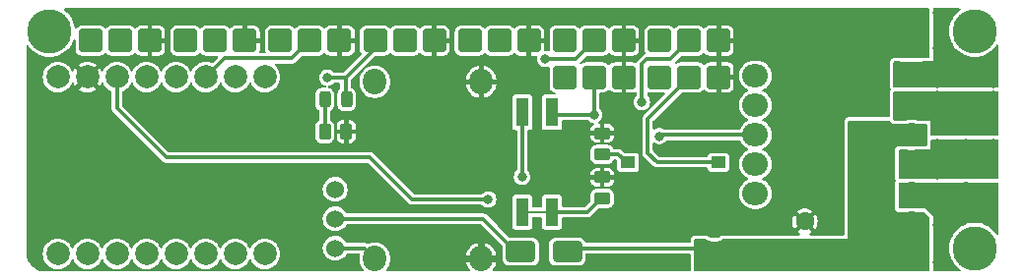
<source format=gbr>
%TF.GenerationSoftware,KiCad,Pcbnew,8.0.4*%
%TF.CreationDate,2024-09-16T11:47:41-03:00*%
%TF.ProjectId,Mini-C3,4d696e69-2d43-4332-9e6b-696361645f70,rev?*%
%TF.SameCoordinates,Original*%
%TF.FileFunction,Copper,L1,Top*%
%TF.FilePolarity,Positive*%
%FSLAX46Y46*%
G04 Gerber Fmt 4.6, Leading zero omitted, Abs format (unit mm)*
G04 Created by KiCad (PCBNEW 8.0.4) date 2024-09-16 11:47:41*
%MOMM*%
%LPD*%
G01*
G04 APERTURE LIST*
G04 Aperture macros list*
%AMRoundRect*
0 Rectangle with rounded corners*
0 $1 Rounding radius*
0 $2 $3 $4 $5 $6 $7 $8 $9 X,Y pos of 4 corners*
0 Add a 4 corners polygon primitive as box body*
4,1,4,$2,$3,$4,$5,$6,$7,$8,$9,$2,$3,0*
0 Add four circle primitives for the rounded corners*
1,1,$1+$1,$2,$3*
1,1,$1+$1,$4,$5*
1,1,$1+$1,$6,$7*
1,1,$1+$1,$8,$9*
0 Add four rect primitives between the rounded corners*
20,1,$1+$1,$2,$3,$4,$5,0*
20,1,$1+$1,$4,$5,$6,$7,0*
20,1,$1+$1,$6,$7,$8,$9,0*
20,1,$1+$1,$8,$9,$2,$3,0*%
G04 Aperture macros list end*
%TA.AperFunction,ComponentPad*%
%ADD10C,2.000000*%
%TD*%
%TA.AperFunction,ComponentPad*%
%ADD11RoundRect,0.250000X0.750000X0.750000X-0.750000X0.750000X-0.750000X-0.750000X0.750000X-0.750000X0*%
%TD*%
%TA.AperFunction,SMDPad,CuDef*%
%ADD12R,1.250000X1.000000*%
%TD*%
%TA.AperFunction,SMDPad,CuDef*%
%ADD13RoundRect,0.250000X-1.000000X-0.650000X1.000000X-0.650000X1.000000X0.650000X-1.000000X0.650000X0*%
%TD*%
%TA.AperFunction,ComponentPad*%
%ADD14C,1.600000*%
%TD*%
%TA.AperFunction,ComponentPad*%
%ADD15C,3.800000*%
%TD*%
%TA.AperFunction,ComponentPad*%
%ADD16O,2.000000X2.200000*%
%TD*%
%TA.AperFunction,SMDPad,CuDef*%
%ADD17RoundRect,0.250000X-0.450000X0.262500X-0.450000X-0.262500X0.450000X-0.262500X0.450000X0.262500X0*%
%TD*%
%TA.AperFunction,ComponentPad*%
%ADD18RoundRect,0.250000X-0.850000X-0.750000X0.850000X-0.750000X0.850000X0.750000X-0.850000X0.750000X0*%
%TD*%
%TA.AperFunction,ComponentPad*%
%ADD19O,2.200000X2.000000*%
%TD*%
%TA.AperFunction,SMDPad,CuDef*%
%ADD20RoundRect,0.250000X0.450000X-0.262500X0.450000X0.262500X-0.450000X0.262500X-0.450000X-0.262500X0*%
%TD*%
%TA.AperFunction,SMDPad,CuDef*%
%ADD21RoundRect,0.250000X-0.262500X-0.450000X0.262500X-0.450000X0.262500X0.450000X-0.262500X0.450000X0*%
%TD*%
%TA.AperFunction,SMDPad,CuDef*%
%ADD22RoundRect,0.243750X-0.243750X-0.456250X0.243750X-0.456250X0.243750X0.456250X-0.243750X0.456250X0*%
%TD*%
%TA.AperFunction,SMDPad,CuDef*%
%ADD23R,1.120000X2.440000*%
%TD*%
%TA.AperFunction,ComponentPad*%
%ADD24C,1.524000*%
%TD*%
%TA.AperFunction,ViaPad*%
%ADD25C,0.800000*%
%TD*%
%TA.AperFunction,Conductor*%
%ADD26C,0.300000*%
%TD*%
%TA.AperFunction,Conductor*%
%ADD27C,0.200000*%
%TD*%
G04 APERTURE END LIST*
D10*
%TO.P,J4,1,Pin_1*%
%TO.N,/OUT_A2*%
X189350000Y-93585000D03*
%TO.P,J4,2,Pin_2*%
%TO.N,/OUT_A1*%
X189350000Y-96125000D03*
%TD*%
D11*
%TO.P,J12,1,Pin_1*%
%TO.N,GND*%
X168093335Y-82900000D03*
%TO.P,J12,2,Pin_2*%
%TO.N,/Pin7*%
X165553335Y-82900000D03*
%TO.P,J12,3,Pin_3*%
%TO.N,/Vcc*%
X163013335Y-82900000D03*
%TD*%
%TO.P,J6,1,Pin_1*%
%TO.N,GND*%
X143663334Y-82900000D03*
%TO.P,J6,2,Pin_2*%
%TO.N,/Pin1*%
X141123334Y-82900000D03*
%TO.P,J6,3,Pin_3*%
%TO.N,/Vcc*%
X138583334Y-82900000D03*
%TD*%
D12*
%TO.P,SW2,1,1*%
%TO.N,/Pin8*%
X168075000Y-93400000D03*
%TO.P,SW2,2,2*%
%TO.N,Net-(R1-Pad1)*%
X160325000Y-93400000D03*
%TD*%
D11*
%TO.P,J11,1,Pin_1*%
%TO.N,GND*%
X168093335Y-86087500D03*
%TO.P,J11,2,Pin_2*%
%TO.N,/Pin8*%
X165553335Y-86087500D03*
%TO.P,J11,3,Pin_3*%
%TO.N,/Vcc*%
X163013335Y-86087500D03*
%TD*%
%TO.P,J3,1,Pin_1*%
%TO.N,GND*%
X159950000Y-86087500D03*
%TO.P,J3,2,Pin_2*%
%TO.N,/Pin6*%
X157410000Y-86087500D03*
%TO.P,J3,3,Pin_3*%
%TO.N,/Vcc*%
X154870000Y-86087500D03*
%TD*%
D13*
%TO.P,D1,1,K*%
%TO.N,Net-(D1-K)*%
X151100000Y-101100000D03*
%TO.P,D1,2,A*%
%TO.N,/VM*%
X155100000Y-101100000D03*
%TD*%
D14*
%TO.P,C1,1*%
%TO.N,/VM*%
X180500000Y-98500000D03*
%TO.P,C1,2*%
%TO.N,GND*%
X175500000Y-98500000D03*
%TD*%
D10*
%TO.P,J1,1*%
%TO.N,GND*%
X167725000Y-98930000D03*
%TO.P,J1,2*%
%TO.N,/VM*%
X167725000Y-101470000D03*
%TD*%
D15*
%TO.P,H1,1,1*%
%TO.N,unconnected-(H1-Pad1)*%
X190100000Y-82100000D03*
%TD*%
D16*
%TO.P,U3,1,IN*%
%TO.N,Net-(U3-IN)*%
X138560000Y-101700000D03*
%TO.P,U3,2,GND*%
%TO.N,GND*%
X147700000Y-101700000D03*
X147700000Y-86460000D03*
%TO.P,U3,3,OUT*%
%TO.N,+5V*%
X138560000Y-86460000D03*
%TD*%
D17*
%TO.P,R2,1*%
%TO.N,GND*%
X158100000Y-94687500D03*
%TO.P,R2,2*%
%TO.N,Net-(R2-Pad2)*%
X158100000Y-96512500D03*
%TD*%
D11*
%TO.P,J2,1,Pin_1*%
%TO.N,GND*%
X159950000Y-82900000D03*
%TO.P,J2,2,Pin_2*%
%TO.N,/Pin5*%
X157410000Y-82900000D03*
%TO.P,J2,3,Pin_3*%
%TO.N,/Vcc*%
X154870000Y-82900000D03*
%TD*%
%TO.P,J7,1,Pin_1*%
%TO.N,GND*%
X135520001Y-82900000D03*
%TO.P,J7,2,Pin_2*%
%TO.N,/Pin2*%
X132980001Y-82900000D03*
%TO.P,J7,3,Pin_3*%
%TO.N,/Vcc*%
X130440001Y-82900000D03*
%TD*%
D18*
%TO.P,U1,1,GND*%
%TO.N,GND*%
X171250000Y-83410000D03*
D19*
X171250000Y-98650000D03*
D18*
X184650000Y-83410000D03*
D19*
%TO.P,U1,2,IN_B2*%
%TO.N,/IN_B2*%
X171250000Y-85950000D03*
%TO.P,U1,3,IN_B1*%
%TO.N,/IN_B1*%
X171250000Y-88490000D03*
%TO.P,U1,4,VREF*%
%TO.N,+3.3V*%
X171250000Y-91030000D03*
%TO.P,U1,5,IN_A2*%
%TO.N,/IN_A2*%
X171250000Y-93570000D03*
%TO.P,U1,6,IN_A1*%
%TO.N,/IN_A1*%
X171250000Y-96110000D03*
%TO.P,U1,7,OUT_B2*%
%TO.N,/OUT_B2*%
X184650000Y-85950000D03*
%TO.P,U1,8,OUT_B1*%
%TO.N,/OUT_B1*%
X184650000Y-88490000D03*
%TO.P,U1,9,VM*%
%TO.N,/VM*%
X184650000Y-91030000D03*
X184650000Y-98650000D03*
%TO.P,U1,10,OUT_A2*%
%TO.N,/OUT_A2*%
X184650000Y-93570000D03*
%TO.P,U1,11,OUT_A1*%
%TO.N,/OUT_A1*%
X184650000Y-96110000D03*
%TD*%
D20*
%TO.P,R1,1*%
%TO.N,Net-(R1-Pad1)*%
X158100000Y-92712500D03*
%TO.P,R1,2*%
%TO.N,GND*%
X158100000Y-90887500D03*
%TD*%
D15*
%TO.P,H2,1,1*%
%TO.N,unconnected-(H2-Pad1)*%
X190100000Y-100800000D03*
%TD*%
D21*
%TO.P,R13,1*%
%TO.N,Net-(D2-K)*%
X134266880Y-90750000D03*
%TO.P,R13,2*%
%TO.N,GND*%
X136091880Y-90750000D03*
%TD*%
D15*
%TO.P,H3,1,1*%
%TO.N,unconnected-(H3-Pad1)*%
X110600000Y-82100000D03*
%TD*%
D11*
%TO.P,J8,1,Pin_1*%
%TO.N,GND*%
X127376668Y-82900000D03*
%TO.P,J8,2,Pin_2*%
%TO.N,/Pin3*%
X124836668Y-82900000D03*
%TO.P,J8,3,Pin_3*%
%TO.N,/Vcc*%
X122296668Y-82900000D03*
%TD*%
D22*
%TO.P,D2,1,K*%
%TO.N,Net-(D2-K)*%
X134261880Y-87985940D03*
%TO.P,D2,2,A*%
%TO.N,/Vcc*%
X136136880Y-87985940D03*
%TD*%
D11*
%TO.P,J9,1,Pin_1*%
%TO.N,GND*%
X119233335Y-82900000D03*
%TO.P,J9,2,Pin_2*%
%TO.N,/Pin4*%
X116693335Y-82900000D03*
%TO.P,J9,3,Pin_3*%
%TO.N,/Vcc*%
X114153335Y-82900000D03*
%TD*%
D10*
%TO.P,J5,1,Pin_1*%
%TO.N,/OUT_B2*%
X189350000Y-85885000D03*
%TO.P,J5,2,Pin_2*%
%TO.N,/OUT_B1*%
X189350000Y-88425000D03*
%TD*%
%TO.P,U2,0,GPIO0*%
%TO.N,/Pin0*%
X129110000Y-86050000D03*
%TO.P,U2,1,GPIO1*%
%TO.N,/Pin1*%
X126570000Y-86050000D03*
%TO.P,U2,2,GPIO2*%
%TO.N,/Pin2*%
X124030000Y-86050000D03*
%TO.P,U2,3,GPIO3*%
%TO.N,/Pin3*%
X121490000Y-86050000D03*
%TO.P,U2,3.3,3V3*%
%TO.N,+3.3V*%
X116410000Y-86050000D03*
%TO.P,U2,4,GPIO4*%
%TO.N,/Pin4*%
X118950000Y-86050000D03*
%TO.P,U2,5,GPIO5*%
%TO.N,/Pin5*%
X111330000Y-101290000D03*
%TO.P,U2,5V,5V*%
%TO.N,Net-(JP7-A)*%
X111330000Y-86050000D03*
%TO.P,U2,6,GPIO6*%
%TO.N,/Pin6*%
X113870000Y-101290000D03*
%TO.P,U2,7,GPIO7*%
%TO.N,/Pin7*%
X116410000Y-101290000D03*
%TO.P,U2,8,GPIO8*%
%TO.N,/Pin8*%
X118950000Y-101290000D03*
%TO.P,U2,9,GPIO9*%
%TO.N,/IN_B2*%
X121490000Y-101290000D03*
%TO.P,U2,10,GPIO10*%
%TO.N,/IN_B1*%
X124030000Y-101290000D03*
%TO.P,U2,20,GPIO20*%
%TO.N,/IN_A2*%
X126570000Y-101290000D03*
%TO.P,U2,21,GPIO21*%
%TO.N,/IN_A1*%
X129110000Y-101290000D03*
%TO.P,U2,G,GND*%
%TO.N,GND*%
X113870000Y-86050000D03*
%TD*%
D11*
%TO.P,J10,1,Pin_1*%
%TO.N,GND*%
X151806667Y-82900000D03*
%TO.P,J10,2,Pin_2*%
%TO.N,/Pin0*%
X149266667Y-82900000D03*
%TO.P,J10,3,Pin_3*%
%TO.N,/Vcc*%
X146726667Y-82900000D03*
%TD*%
D23*
%TO.P,SW3,1*%
%TO.N,/Pin6*%
X153770000Y-89095000D03*
%TO.P,SW3,2*%
%TO.N,/Pin7*%
X151230000Y-89095000D03*
%TO.P,SW3,3*%
%TO.N,Net-(R2-Pad2)*%
X151230000Y-97705000D03*
%TO.P,SW3,4*%
X153770000Y-97705000D03*
%TD*%
D24*
%TO.P,SW1,1,1*%
%TO.N,Net-(U3-IN)*%
X135150000Y-100810000D03*
%TO.P,SW1,2,2*%
%TO.N,Net-(D1-K)*%
X135150000Y-98270000D03*
%TO.P,SW1,3*%
%TO.N,N/C*%
X135150000Y-95730000D03*
%TD*%
D25*
%TO.N,/VM*%
X180000000Y-91000000D03*
X182600000Y-98600000D03*
X185200000Y-102200000D03*
X185200000Y-100600000D03*
X182600000Y-100600000D03*
X174800000Y-102200000D03*
X169600000Y-102200000D03*
X172200000Y-102200000D03*
X180000000Y-100600000D03*
X182600000Y-96200000D03*
X182600000Y-102200000D03*
X177400000Y-100600000D03*
X180000000Y-96200000D03*
X182600000Y-93600000D03*
X180000000Y-93600000D03*
X172200000Y-100600000D03*
X177400000Y-102200000D03*
X182600000Y-91000000D03*
X174800000Y-100600000D03*
X180000000Y-102200000D03*
X169600000Y-100600000D03*
%TO.N,GND*%
X109150000Y-90400000D03*
X169650000Y-82800000D03*
X165950000Y-99300000D03*
X109150000Y-88450000D03*
X142900000Y-101750000D03*
X173100000Y-98100000D03*
X182800000Y-82800000D03*
X172900000Y-84100000D03*
X109150000Y-96250000D03*
X169550000Y-99300000D03*
X172900000Y-82800000D03*
X109150000Y-98200000D03*
X173100000Y-99300000D03*
X182800000Y-84100000D03*
X109150000Y-100150000D03*
X173100000Y-92408333D03*
X165950000Y-98100000D03*
X169550000Y-98100000D03*
X109150000Y-92350000D03*
X169650000Y-84100000D03*
X109150000Y-86500000D03*
X109150000Y-94300000D03*
X109150000Y-84550000D03*
X173100000Y-87016666D03*
%TO.N,/OUT_A1*%
X191700000Y-95650000D03*
X186900000Y-95650000D03*
X186900000Y-98825000D03*
X191700000Y-98700000D03*
X186900000Y-102000000D03*
%TO.N,/OUT_A2*%
X191700000Y-94400000D03*
X186900000Y-91800000D03*
X191700000Y-91800000D03*
X186900000Y-94500000D03*
X189350000Y-91800000D03*
%TO.N,/OUT_B1*%
X191700000Y-90700000D03*
X189350000Y-90700000D03*
X186900000Y-87650000D03*
X191700000Y-87650000D03*
X186900000Y-90700000D03*
%TO.N,/OUT_B2*%
X186900000Y-80520000D03*
X191700000Y-84150000D03*
X186900000Y-83560000D03*
X191700000Y-86600000D03*
X186900000Y-86600000D03*
%TO.N,/Pin5*%
X153200000Y-84500000D03*
%TO.N,/Pin7*%
X161500000Y-88200000D03*
X151200000Y-94650000D03*
%TO.N,/Pin6*%
X157410000Y-89300000D03*
%TO.N,/Vcc*%
X134485079Y-86109928D03*
%TO.N,+3.3V*%
X163000000Y-91150000D03*
X148300000Y-96600000D03*
%TD*%
D26*
%TO.N,/VM*%
X155100000Y-100800000D02*
X167055000Y-100800000D01*
X167055000Y-100800000D02*
X167725000Y-101470000D01*
%TO.N,/Pin2*%
X124030000Y-86050000D02*
X125630000Y-84450000D01*
X125630000Y-84450000D02*
X131430001Y-84450000D01*
X131430001Y-84450000D02*
X132980001Y-82900000D01*
%TO.N,/Pin5*%
X155810000Y-84500000D02*
X157410000Y-82900000D01*
X153200000Y-84500000D02*
X155810000Y-84500000D01*
%TO.N,/Pin8*%
X162000000Y-92600000D02*
X162000000Y-89640835D01*
X162800000Y-93400000D02*
X162000000Y-92600000D01*
X162000000Y-89640835D02*
X165553335Y-86087500D01*
X168075000Y-93400000D02*
X162800000Y-93400000D01*
%TO.N,/Pin7*%
X161900000Y-84500000D02*
X163953335Y-84500000D01*
X151230000Y-89095000D02*
X151230000Y-94620000D01*
X161500000Y-88200000D02*
X161500000Y-84900000D01*
X151230000Y-94620000D02*
X151200000Y-94650000D01*
X161500000Y-84900000D02*
X161900000Y-84500000D01*
X163953335Y-84500000D02*
X165553335Y-82900000D01*
%TO.N,/Pin6*%
X153770000Y-89095000D02*
X153975000Y-89300000D01*
X153975000Y-89300000D02*
X157410000Y-89300000D01*
X157410000Y-89300000D02*
X157410000Y-86087500D01*
%TO.N,Net-(U3-IN)*%
X135150000Y-100810000D02*
X137670000Y-100810000D01*
X137670000Y-100810000D02*
X138560000Y-101700000D01*
%TO.N,Net-(D1-K)*%
X147870000Y-98270000D02*
X135150000Y-98270000D01*
X151100000Y-100800000D02*
X150400000Y-100800000D01*
X150400000Y-100800000D02*
X147870000Y-98270000D01*
%TO.N,Net-(D2-K)*%
X134261880Y-90624380D02*
X134387500Y-90750000D01*
X134261880Y-87985940D02*
X134261880Y-90624380D01*
%TO.N,/Vcc*%
X136040072Y-86109928D02*
X138583334Y-83566666D01*
X136050000Y-87899060D02*
X136050000Y-86119856D01*
X136136880Y-87985940D02*
X136050000Y-87899060D01*
X138583334Y-83566666D02*
X138583334Y-82900000D01*
X134485079Y-86109928D02*
X136040072Y-86109928D01*
%TO.N,+3.3V*%
X138150000Y-93000000D02*
X120650000Y-93000000D01*
X163120000Y-91030000D02*
X171250000Y-91030000D01*
X141750000Y-96600000D02*
X138150000Y-93000000D01*
X120650000Y-93000000D02*
X116410000Y-88760000D01*
X116410000Y-88760000D02*
X116410000Y-86050000D01*
X163000000Y-91150000D02*
X163120000Y-91030000D01*
X148300000Y-96600000D02*
X141750000Y-96600000D01*
%TO.N,Net-(R1-Pad1)*%
X160170000Y-93400000D02*
X160325000Y-93400000D01*
X158100000Y-92712500D02*
X159482500Y-92712500D01*
X159482500Y-92712500D02*
X160170000Y-93400000D01*
%TO.N,Net-(R2-Pad2)*%
X156795000Y-97705000D02*
X153770000Y-97705000D01*
D27*
X151230000Y-97705000D02*
X153770000Y-97705000D01*
D26*
X158100000Y-96512500D02*
X157987500Y-96512500D01*
X157987500Y-96512500D02*
X156795000Y-97705000D01*
%TD*%
%TA.AperFunction,Conductor*%
%TO.N,/OUT_B2*%
G36*
X188833567Y-80139407D02*
G01*
X188869531Y-80188907D01*
X188869531Y-80250093D01*
X188833567Y-80299593D01*
X188830378Y-80301815D01*
X188757549Y-80350477D01*
X188757536Y-80350487D01*
X188540682Y-80540664D01*
X188540664Y-80540682D01*
X188350487Y-80757536D01*
X188350477Y-80757549D01*
X188190222Y-80997388D01*
X188062645Y-81256088D01*
X188062640Y-81256099D01*
X187969920Y-81529240D01*
X187913643Y-81812163D01*
X187894778Y-82099999D01*
X187894778Y-82100000D01*
X187913643Y-82387836D01*
X187969920Y-82670759D01*
X188062640Y-82943900D01*
X188062645Y-82943911D01*
X188190222Y-83202611D01*
X188350477Y-83442450D01*
X188350487Y-83442463D01*
X188516770Y-83632071D01*
X188540673Y-83659327D01*
X188540681Y-83659334D01*
X188540682Y-83659335D01*
X188757536Y-83849512D01*
X188757543Y-83849517D01*
X188757546Y-83849520D01*
X188997389Y-84009778D01*
X189256098Y-84137359D01*
X189385659Y-84181339D01*
X189529240Y-84230079D01*
X189529242Y-84230079D01*
X189529247Y-84230081D01*
X189812161Y-84286356D01*
X190100000Y-84305222D01*
X190387839Y-84286356D01*
X190670753Y-84230081D01*
X190943902Y-84137359D01*
X191202611Y-84009778D01*
X191442454Y-83849520D01*
X191659327Y-83659327D01*
X191849520Y-83442454D01*
X191948185Y-83294790D01*
X191996234Y-83256912D01*
X192057372Y-83254510D01*
X192108246Y-83288503D01*
X192129424Y-83345906D01*
X192129500Y-83349793D01*
X192129500Y-86845500D01*
X192110593Y-86903691D01*
X192061093Y-86939655D01*
X192030500Y-86944500D01*
X191993280Y-86944500D01*
X191993276Y-86944500D01*
X191993267Y-86944501D01*
X191920170Y-86953376D01*
X191917892Y-86953938D01*
X191917329Y-86953897D01*
X191917227Y-86953916D01*
X191917222Y-86953889D01*
X191915322Y-86953751D01*
X191882498Y-86961840D01*
X191835119Y-86961839D01*
X191815428Y-86956985D01*
X191785058Y-86949500D01*
X191785056Y-86949500D01*
X191614944Y-86949500D01*
X191614941Y-86949500D01*
X191565628Y-86961654D01*
X191531651Y-86962341D01*
X191531528Y-86963776D01*
X191524587Y-86963177D01*
X191509406Y-86960667D01*
X191479847Y-86953381D01*
X191479839Y-86953379D01*
X191479837Y-86953379D01*
X191470697Y-86952269D01*
X191406727Y-86944500D01*
X191406720Y-86944500D01*
X187193280Y-86944500D01*
X187193276Y-86944500D01*
X187193267Y-86944501D01*
X187120170Y-86953376D01*
X187117892Y-86953938D01*
X187117329Y-86953897D01*
X187117227Y-86953916D01*
X187117222Y-86953889D01*
X187115322Y-86953751D01*
X187082498Y-86961840D01*
X187035119Y-86961839D01*
X187015428Y-86956985D01*
X186985058Y-86949500D01*
X186985056Y-86949500D01*
X186814944Y-86949500D01*
X186814941Y-86949500D01*
X186765628Y-86961654D01*
X186731651Y-86962341D01*
X186731528Y-86963776D01*
X186724587Y-86963177D01*
X186709406Y-86960667D01*
X186679847Y-86953381D01*
X186679839Y-86953379D01*
X186679837Y-86953379D01*
X186670697Y-86952269D01*
X186606727Y-86944500D01*
X186606720Y-86944500D01*
X184862599Y-86944500D01*
X184861400Y-86944523D01*
X184850611Y-86944735D01*
X184845820Y-86944924D01*
X184841934Y-86945000D01*
X184458066Y-86945000D01*
X184454180Y-86944924D01*
X184449388Y-86944735D01*
X184438624Y-86944524D01*
X184437401Y-86944500D01*
X183199000Y-86944500D01*
X183140809Y-86925593D01*
X183104845Y-86876093D01*
X183100000Y-86845500D01*
X183100000Y-84799000D01*
X183118907Y-84740809D01*
X183168407Y-84704845D01*
X183199000Y-84700000D01*
X183663535Y-84700000D01*
X183675339Y-84700706D01*
X183756898Y-84710500D01*
X183756900Y-84710500D01*
X185543100Y-84710500D01*
X185543102Y-84710500D01*
X185624661Y-84700706D01*
X185636465Y-84700000D01*
X186499999Y-84700000D01*
X186500000Y-84700000D01*
X186500000Y-80219500D01*
X186518907Y-80161309D01*
X186568407Y-80125345D01*
X186599000Y-80120500D01*
X188775376Y-80120500D01*
X188833567Y-80139407D01*
G37*
%TD.AperFunction*%
%TD*%
%TA.AperFunction,Conductor*%
%TO.N,/VM*%
G36*
X182800500Y-89818907D02*
G01*
X182831727Y-89856513D01*
X182857691Y-89911162D01*
X182857692Y-89911164D01*
X182857694Y-89911167D01*
X182857695Y-89911168D01*
X182862450Y-89917713D01*
X182893655Y-89960662D01*
X182947823Y-90017919D01*
X182947824Y-90017920D01*
X183046401Y-90071639D01*
X183046403Y-90071640D01*
X183104596Y-90090548D01*
X183104593Y-90090548D01*
X183198997Y-90105500D01*
X183199000Y-90105500D01*
X184111357Y-90105500D01*
X184111364Y-90105500D01*
X184159152Y-90101739D01*
X184189744Y-90096894D01*
X184236360Y-90085703D01*
X184309605Y-90061904D01*
X184324695Y-90058281D01*
X184463994Y-90036219D01*
X184479481Y-90035000D01*
X184820519Y-90035000D01*
X184836006Y-90036219D01*
X184975304Y-90058282D01*
X184990402Y-90061907D01*
X185063626Y-90085699D01*
X185063632Y-90085700D01*
X185063640Y-90085703D01*
X185110256Y-90096894D01*
X185140848Y-90101739D01*
X185188636Y-90105500D01*
X185895500Y-90105500D01*
X185953691Y-90124407D01*
X185989655Y-90173907D01*
X185994500Y-90204500D01*
X185994500Y-91001000D01*
X185998261Y-91048786D01*
X185998781Y-91052072D01*
X186000000Y-91067555D01*
X186000000Y-91895500D01*
X185981093Y-91953691D01*
X185931593Y-91989655D01*
X185901000Y-91994500D01*
X185052709Y-91994500D01*
X185035586Y-91995172D01*
X185028733Y-91995442D01*
X185013246Y-91996661D01*
X184999730Y-91998261D01*
X184989430Y-91999480D01*
X184989424Y-91999481D01*
X184836004Y-92023781D01*
X184820517Y-92025000D01*
X184479483Y-92025000D01*
X184463996Y-92023781D01*
X184373920Y-92009514D01*
X184310570Y-91999480D01*
X184297833Y-91997972D01*
X184286753Y-91996661D01*
X184271266Y-91995442D01*
X184265731Y-91995224D01*
X184247291Y-91994500D01*
X183649000Y-91994500D01*
X183601214Y-91998261D01*
X183584800Y-92000860D01*
X183570619Y-92003106D01*
X183570614Y-92003106D01*
X183540247Y-92009512D01*
X183540242Y-92009514D01*
X183438841Y-92057689D01*
X183438831Y-92057695D01*
X183389342Y-92093651D01*
X183332079Y-92147824D01*
X183278360Y-92246401D01*
X183278359Y-92246403D01*
X183259451Y-92304595D01*
X183244500Y-92398996D01*
X183244500Y-92399000D01*
X183244500Y-94751000D01*
X183248261Y-94798786D01*
X183251983Y-94822289D01*
X183253106Y-94829380D01*
X183253106Y-94829385D01*
X183259512Y-94859752D01*
X183259514Y-94859757D01*
X183308105Y-94962034D01*
X183315998Y-95022708D01*
X183305615Y-95051888D01*
X183278359Y-95101904D01*
X183259451Y-95160095D01*
X183244500Y-95254496D01*
X183244500Y-95254500D01*
X183244500Y-97301000D01*
X183248261Y-97348786D01*
X183251983Y-97372289D01*
X183253106Y-97379380D01*
X183253106Y-97379385D01*
X183259512Y-97409752D01*
X183259514Y-97409757D01*
X183307689Y-97511158D01*
X183307695Y-97511168D01*
X183326981Y-97537713D01*
X183343655Y-97560662D01*
X183397823Y-97617919D01*
X183397824Y-97617920D01*
X183496401Y-97671639D01*
X183496403Y-97671640D01*
X183554596Y-97690548D01*
X183554593Y-97690548D01*
X183648997Y-97705500D01*
X183649000Y-97705500D01*
X184172911Y-97705500D01*
X184172918Y-97705500D01*
X184220704Y-97701739D01*
X184251297Y-97696894D01*
X184297918Y-97685702D01*
X184309601Y-97681904D01*
X184324699Y-97678280D01*
X184452534Y-97658034D01*
X184463994Y-97656219D01*
X184479480Y-97655000D01*
X184820520Y-97655000D01*
X184836006Y-97656218D01*
X184975297Y-97678280D01*
X184990401Y-97681907D01*
X185002078Y-97685701D01*
X185002076Y-97685701D01*
X185002083Y-97685702D01*
X185002084Y-97685703D01*
X185048703Y-97696894D01*
X185067496Y-97699870D01*
X185079276Y-97701736D01*
X185079278Y-97701736D01*
X185079296Y-97701739D01*
X185127082Y-97705500D01*
X185732450Y-97705500D01*
X185790641Y-97724407D01*
X185802454Y-97734496D01*
X186165504Y-98097546D01*
X186193281Y-98152063D01*
X186194500Y-98167550D01*
X186194500Y-98817822D01*
X186194355Y-98820221D01*
X186194355Y-98829789D01*
X186194500Y-98832185D01*
X186194500Y-101992822D01*
X186194355Y-101995221D01*
X186194355Y-102004789D01*
X186194500Y-102007185D01*
X186194500Y-102701000D01*
X186175593Y-102759191D01*
X186126093Y-102795155D01*
X186095500Y-102800000D01*
X166099000Y-102800000D01*
X166040809Y-102781093D01*
X166004845Y-102731593D01*
X166000000Y-102701000D01*
X166000000Y-100099000D01*
X166018907Y-100040809D01*
X166068407Y-100004845D01*
X166099000Y-100000000D01*
X166954551Y-100000000D01*
X167011333Y-100017902D01*
X167072266Y-100060568D01*
X167072269Y-100060569D01*
X167072270Y-100060570D01*
X167072276Y-100060573D01*
X167278500Y-100156737D01*
X167278504Y-100156739D01*
X167498308Y-100215635D01*
X167498312Y-100215635D01*
X167498315Y-100215636D01*
X167724997Y-100235468D01*
X167725000Y-100235468D01*
X167725003Y-100235468D01*
X167951684Y-100215636D01*
X167951685Y-100215635D01*
X167951692Y-100215635D01*
X168171496Y-100156739D01*
X168377734Y-100060568D01*
X168438666Y-100017902D01*
X168495449Y-100000000D01*
X169454838Y-100000000D01*
X169463111Y-100000500D01*
X169464944Y-100000500D01*
X169636889Y-100000500D01*
X169645162Y-100000000D01*
X173004838Y-100000000D01*
X173013111Y-100000500D01*
X173014944Y-100000500D01*
X173186889Y-100000500D01*
X173195162Y-100000000D01*
X179199999Y-100000000D01*
X179200000Y-100000000D01*
X179200000Y-89899000D01*
X179218907Y-89840809D01*
X179268407Y-89804845D01*
X179299000Y-89800000D01*
X182742309Y-89800000D01*
X182800500Y-89818907D01*
G37*
%TD.AperFunction*%
%TD*%
%TA.AperFunction,Conductor*%
%TO.N,GND*%
G36*
X186153691Y-80139407D02*
G01*
X186189655Y-80188907D01*
X186194500Y-80219500D01*
X186194500Y-80512822D01*
X186194355Y-80515221D01*
X186194355Y-80524789D01*
X186194500Y-80527185D01*
X186194500Y-83552822D01*
X186194355Y-83555221D01*
X186194355Y-83564789D01*
X186194500Y-83567185D01*
X186194500Y-84295500D01*
X186175593Y-84353691D01*
X186126093Y-84389655D01*
X186095500Y-84394500D01*
X185636465Y-84394500D01*
X185632256Y-84394625D01*
X185618216Y-84395045D01*
X185606442Y-84395749D01*
X185598807Y-84396435D01*
X185588237Y-84397385D01*
X185588229Y-84397386D01*
X185530703Y-84404294D01*
X185518900Y-84405000D01*
X183781100Y-84405000D01*
X183769297Y-84404294D01*
X183759404Y-84403106D01*
X183711763Y-84397385D01*
X183697810Y-84396131D01*
X183693557Y-84395749D01*
X183681783Y-84395045D01*
X183668094Y-84394636D01*
X183663535Y-84394500D01*
X183199000Y-84394500D01*
X183151214Y-84398261D01*
X183134800Y-84400860D01*
X183120619Y-84403106D01*
X183120614Y-84403106D01*
X183090247Y-84409512D01*
X183090242Y-84409514D01*
X182988841Y-84457689D01*
X182988831Y-84457695D01*
X182939342Y-84493651D01*
X182882079Y-84547824D01*
X182828360Y-84646401D01*
X182828359Y-84646403D01*
X182809451Y-84704595D01*
X182794500Y-84798996D01*
X182794500Y-84799000D01*
X182794500Y-86845500D01*
X182798261Y-86893286D01*
X182801760Y-86915378D01*
X182803106Y-86923880D01*
X182803106Y-86923885D01*
X182809512Y-86954252D01*
X182809514Y-86954257D01*
X182858105Y-87056534D01*
X182865998Y-87117208D01*
X182855615Y-87146388D01*
X182828359Y-87196404D01*
X182809451Y-87254595D01*
X182794500Y-87348996D01*
X182794500Y-89395500D01*
X182775593Y-89453691D01*
X182726093Y-89489655D01*
X182695500Y-89494500D01*
X179299000Y-89494500D01*
X179251214Y-89498261D01*
X179234800Y-89500860D01*
X179220619Y-89503106D01*
X179220614Y-89503106D01*
X179190247Y-89509512D01*
X179190242Y-89509514D01*
X179088841Y-89557689D01*
X179088831Y-89557695D01*
X179039342Y-89593651D01*
X178982079Y-89647824D01*
X178928360Y-89746401D01*
X178928359Y-89746403D01*
X178909451Y-89804595D01*
X178894500Y-89898996D01*
X178894500Y-99595500D01*
X178875593Y-99653691D01*
X178826093Y-99689655D01*
X178795500Y-99694500D01*
X175991298Y-99694500D01*
X175933107Y-99675593D01*
X175897143Y-99626093D01*
X175897143Y-99564907D01*
X175933107Y-99515407D01*
X175955535Y-99503185D01*
X175992415Y-99488897D01*
X176124356Y-99407199D01*
X175603527Y-98886370D01*
X175654394Y-98872741D01*
X175745606Y-98820080D01*
X175820080Y-98745606D01*
X175872741Y-98654394D01*
X175886370Y-98603527D01*
X176407042Y-99124199D01*
X176439242Y-99081561D01*
X176439247Y-99081552D01*
X176530112Y-98899070D01*
X176585902Y-98702989D01*
X176604712Y-98500000D01*
X176585902Y-98297010D01*
X176530112Y-98100929D01*
X176439249Y-97918451D01*
X176439244Y-97918442D01*
X176407041Y-97875800D01*
X175886370Y-98396470D01*
X175872741Y-98345606D01*
X175820080Y-98254394D01*
X175745606Y-98179920D01*
X175654394Y-98127259D01*
X175603525Y-98113629D01*
X176124357Y-97592798D01*
X175992421Y-97511105D01*
X175992415Y-97511102D01*
X175802316Y-97437458D01*
X175601930Y-97400000D01*
X175398070Y-97400000D01*
X175197683Y-97437458D01*
X175007586Y-97511101D01*
X175007581Y-97511104D01*
X174875641Y-97592798D01*
X175396472Y-98113629D01*
X175345606Y-98127259D01*
X175254394Y-98179920D01*
X175179920Y-98254394D01*
X175127259Y-98345606D01*
X175113629Y-98396471D01*
X174592957Y-97875798D01*
X174560754Y-97918442D01*
X174469887Y-98100929D01*
X174414097Y-98297010D01*
X174395287Y-98500000D01*
X174414097Y-98702989D01*
X174469887Y-98899070D01*
X174560750Y-99081548D01*
X174560755Y-99081557D01*
X174592957Y-99124198D01*
X175113629Y-98603526D01*
X175127259Y-98654394D01*
X175179920Y-98745606D01*
X175254394Y-98820080D01*
X175345606Y-98872741D01*
X175396470Y-98886370D01*
X174875641Y-99407200D01*
X175007583Y-99488897D01*
X175044465Y-99503185D01*
X175091896Y-99541837D01*
X175107550Y-99600986D01*
X175085447Y-99658039D01*
X175034031Y-99691205D01*
X175008702Y-99694500D01*
X173195162Y-99694500D01*
X173180080Y-99694955D01*
X173177095Y-99695000D01*
X173022905Y-99695000D01*
X173019920Y-99694955D01*
X173004838Y-99694500D01*
X169645162Y-99694500D01*
X169630080Y-99694955D01*
X169627095Y-99695000D01*
X169472905Y-99695000D01*
X169469920Y-99694955D01*
X169454838Y-99694500D01*
X168495449Y-99694500D01*
X168475027Y-99697642D01*
X168403594Y-99708636D01*
X168403587Y-99708638D01*
X168346814Y-99726536D01*
X168263432Y-99767655D01*
X168231491Y-99790020D01*
X168216547Y-99798647D01*
X168074459Y-99864904D01*
X168058243Y-99870807D01*
X167906799Y-99911386D01*
X167889805Y-99914382D01*
X167733627Y-99928046D01*
X167716370Y-99928046D01*
X167560194Y-99914383D01*
X167543199Y-99911387D01*
X167391754Y-99870807D01*
X167375546Y-99864908D01*
X167233439Y-99798642D01*
X167218504Y-99790019D01*
X167186561Y-99767652D01*
X167103189Y-99726538D01*
X167046419Y-99708639D01*
X167046408Y-99708637D01*
X166974974Y-99697643D01*
X166954551Y-99694500D01*
X166099000Y-99694500D01*
X166051214Y-99698261D01*
X166034800Y-99700860D01*
X166020619Y-99703106D01*
X166020614Y-99703106D01*
X165990247Y-99709512D01*
X165990242Y-99709514D01*
X165888841Y-99757689D01*
X165888831Y-99757695D01*
X165839342Y-99793651D01*
X165782079Y-99847824D01*
X165728360Y-99946401D01*
X165728359Y-99946403D01*
X165709451Y-100004595D01*
X165694500Y-100098996D01*
X165694500Y-100250500D01*
X165675593Y-100308691D01*
X165626093Y-100344655D01*
X165595500Y-100349500D01*
X156719506Y-100349500D01*
X156661315Y-100330593D01*
X156627409Y-100286819D01*
X156584362Y-100177660D01*
X156584361Y-100177659D01*
X156584361Y-100177658D01*
X156492922Y-100057078D01*
X156372342Y-99965639D01*
X156372341Y-99965638D01*
X156372339Y-99965637D01*
X156231565Y-99910123D01*
X156143106Y-99899500D01*
X156143102Y-99899500D01*
X154056898Y-99899500D01*
X154056893Y-99899500D01*
X153968434Y-99910123D01*
X153827660Y-99965637D01*
X153827656Y-99965640D01*
X153707081Y-100057075D01*
X153707075Y-100057081D01*
X153615640Y-100177656D01*
X153615637Y-100177660D01*
X153560123Y-100318434D01*
X153549500Y-100406893D01*
X153549500Y-101793106D01*
X153560123Y-101881565D01*
X153615637Y-102022339D01*
X153615638Y-102022341D01*
X153615639Y-102022342D01*
X153707078Y-102142922D01*
X153827658Y-102234361D01*
X153827659Y-102234361D01*
X153827660Y-102234362D01*
X153836731Y-102237939D01*
X153968436Y-102289877D01*
X154056898Y-102300500D01*
X154056900Y-102300500D01*
X156143100Y-102300500D01*
X156143102Y-102300500D01*
X156231564Y-102289877D01*
X156372342Y-102234361D01*
X156492922Y-102142922D01*
X156584361Y-102022342D01*
X156639877Y-101881564D01*
X156650500Y-101793102D01*
X156650500Y-101349500D01*
X156669407Y-101291309D01*
X156718907Y-101255345D01*
X156749500Y-101250500D01*
X165595500Y-101250500D01*
X165653691Y-101269407D01*
X165689655Y-101318907D01*
X165694500Y-101349500D01*
X165694500Y-102701000D01*
X165695423Y-102712733D01*
X165681141Y-102772226D01*
X165634616Y-102811964D01*
X165596729Y-102819500D01*
X148757985Y-102819500D01*
X148699794Y-102800593D01*
X148663830Y-102751093D01*
X148663830Y-102689907D01*
X148687981Y-102650496D01*
X148691585Y-102646891D01*
X148811861Y-102481346D01*
X148904756Y-102299027D01*
X148967991Y-102104412D01*
X148984528Y-102000000D01*
X148219615Y-102000000D01*
X148259111Y-101931591D01*
X148300000Y-101778991D01*
X148300000Y-101621009D01*
X148259111Y-101468409D01*
X148219615Y-101400000D01*
X148984528Y-101400000D01*
X148967991Y-101295587D01*
X148904756Y-101100972D01*
X148811861Y-100918653D01*
X148691585Y-100753108D01*
X148546891Y-100608414D01*
X148381346Y-100488138D01*
X148199027Y-100395243D01*
X148004417Y-100332010D01*
X148004418Y-100332010D01*
X148000000Y-100331310D01*
X148000000Y-101180385D01*
X147931591Y-101140889D01*
X147778991Y-101100000D01*
X147621009Y-101100000D01*
X147468409Y-101140889D01*
X147400000Y-101180385D01*
X147400000Y-100331310D01*
X147395581Y-100332010D01*
X147200972Y-100395243D01*
X147018653Y-100488138D01*
X146853108Y-100608414D01*
X146708414Y-100753108D01*
X146588138Y-100918653D01*
X146495243Y-101100972D01*
X146432008Y-101295587D01*
X146415472Y-101400000D01*
X147180385Y-101400000D01*
X147140889Y-101468409D01*
X147100000Y-101621009D01*
X147100000Y-101778991D01*
X147140889Y-101931591D01*
X147180385Y-102000000D01*
X146415472Y-102000000D01*
X146432008Y-102104412D01*
X146495243Y-102299027D01*
X146588138Y-102481346D01*
X146708414Y-102646891D01*
X146712019Y-102650496D01*
X146739796Y-102705013D01*
X146730225Y-102765445D01*
X146686960Y-102808710D01*
X146642015Y-102819500D01*
X139618692Y-102819500D01*
X139560501Y-102800593D01*
X139524537Y-102751093D01*
X139524537Y-102689907D01*
X139548686Y-102650498D01*
X139551966Y-102647219D01*
X139632180Y-102536813D01*
X139672285Y-102481613D01*
X139672287Y-102481610D01*
X139765220Y-102299219D01*
X139828477Y-102104534D01*
X139828478Y-102104529D01*
X139860500Y-101902355D01*
X139860500Y-101497644D01*
X139828478Y-101295470D01*
X139826701Y-101290000D01*
X139765220Y-101100781D01*
X139672287Y-100918390D01*
X139672285Y-100918386D01*
X139551970Y-100752786D01*
X139551968Y-100752784D01*
X139551966Y-100752781D01*
X139407219Y-100608034D01*
X139407215Y-100608031D01*
X139407213Y-100608029D01*
X139241613Y-100487714D01*
X139241609Y-100487712D01*
X139059219Y-100394780D01*
X138864529Y-100331521D01*
X138662355Y-100299500D01*
X138662352Y-100299500D01*
X138457648Y-100299500D01*
X138457645Y-100299500D01*
X138255470Y-100331521D01*
X138060779Y-100394780D01*
X137997670Y-100426935D01*
X137937238Y-100436505D01*
X137903227Y-100424461D01*
X137843885Y-100390200D01*
X137819673Y-100383712D01*
X137819673Y-100383713D01*
X137729309Y-100359500D01*
X137729307Y-100359500D01*
X136173297Y-100359500D01*
X136115106Y-100340593D01*
X136085988Y-100307170D01*
X136037711Y-100216850D01*
X135940994Y-100099000D01*
X135904940Y-100055068D01*
X135904931Y-100055059D01*
X135743154Y-99922292D01*
X135743148Y-99922288D01*
X135726944Y-99913627D01*
X135558569Y-99823628D01*
X135358286Y-99762872D01*
X135358280Y-99762871D01*
X135150003Y-99742359D01*
X135149997Y-99742359D01*
X134941719Y-99762871D01*
X134941713Y-99762872D01*
X134741430Y-99823628D01*
X134556851Y-99922288D01*
X134556845Y-99922292D01*
X134395068Y-100055059D01*
X134395059Y-100055068D01*
X134262292Y-100216845D01*
X134262288Y-100216851D01*
X134163628Y-100401430D01*
X134102872Y-100601713D01*
X134102871Y-100601719D01*
X134082359Y-100809996D01*
X134082359Y-100810003D01*
X134102871Y-101018280D01*
X134102872Y-101018286D01*
X134134796Y-101123523D01*
X134163628Y-101218569D01*
X134202508Y-101291309D01*
X134262288Y-101403148D01*
X134262292Y-101403154D01*
X134395059Y-101564931D01*
X134395068Y-101564940D01*
X134556845Y-101697707D01*
X134556850Y-101697711D01*
X134741431Y-101796372D01*
X134872519Y-101836137D01*
X134941713Y-101857127D01*
X134941719Y-101857128D01*
X135149997Y-101877641D01*
X135150000Y-101877641D01*
X135150003Y-101877641D01*
X135358280Y-101857128D01*
X135358286Y-101857127D01*
X135558569Y-101796372D01*
X135743150Y-101697711D01*
X135904936Y-101564936D01*
X136037711Y-101403150D01*
X136085987Y-101312830D01*
X136130092Y-101270425D01*
X136173297Y-101260500D01*
X137181146Y-101260500D01*
X137239337Y-101279407D01*
X137275301Y-101328907D01*
X137278927Y-101374987D01*
X137259500Y-101497644D01*
X137259500Y-101902355D01*
X137291521Y-102104529D01*
X137354780Y-102299219D01*
X137447712Y-102481609D01*
X137447714Y-102481613D01*
X137568029Y-102647213D01*
X137568031Y-102647215D01*
X137568034Y-102647219D01*
X137571313Y-102650498D01*
X137599089Y-102705013D01*
X137589518Y-102765445D01*
X137546253Y-102808710D01*
X137501308Y-102819500D01*
X110308538Y-102819500D01*
X110301477Y-102819248D01*
X110271467Y-102817101D01*
X110070193Y-102802706D01*
X110056212Y-102800695D01*
X109833118Y-102752163D01*
X109819566Y-102748184D01*
X109605636Y-102668394D01*
X109592786Y-102662526D01*
X109392395Y-102553103D01*
X109380513Y-102545467D01*
X109197736Y-102408642D01*
X109187060Y-102399392D01*
X109025607Y-102237939D01*
X109016357Y-102227263D01*
X108879530Y-102044483D01*
X108871896Y-102032604D01*
X108866293Y-102022343D01*
X108762469Y-101832205D01*
X108756605Y-101819363D01*
X108751461Y-101805572D01*
X108711232Y-101697711D01*
X108676815Y-101605433D01*
X108672836Y-101591881D01*
X108624304Y-101368787D01*
X108622293Y-101354805D01*
X108618049Y-101295470D01*
X108617658Y-101289996D01*
X110024532Y-101289996D01*
X110024532Y-101290003D01*
X110044363Y-101516684D01*
X110103262Y-101736500D01*
X110199426Y-101942723D01*
X110199434Y-101942737D01*
X110329946Y-102129130D01*
X110329947Y-102129132D01*
X110329950Y-102129135D01*
X110329953Y-102129139D01*
X110490861Y-102290047D01*
X110490864Y-102290049D01*
X110490867Y-102290052D01*
X110490869Y-102290053D01*
X110615131Y-102377061D01*
X110677266Y-102420568D01*
X110677272Y-102420571D01*
X110677276Y-102420573D01*
X110883500Y-102516737D01*
X110883504Y-102516739D01*
X111103308Y-102575635D01*
X111103312Y-102575635D01*
X111103315Y-102575636D01*
X111329997Y-102595468D01*
X111330000Y-102595468D01*
X111330003Y-102595468D01*
X111556684Y-102575636D01*
X111556685Y-102575635D01*
X111556692Y-102575635D01*
X111776496Y-102516739D01*
X111982734Y-102420568D01*
X112169139Y-102290047D01*
X112330047Y-102129139D01*
X112460568Y-101942734D01*
X112489092Y-101881565D01*
X112510276Y-101836137D01*
X112552004Y-101791389D01*
X112612065Y-101779714D01*
X112667518Y-101805572D01*
X112689724Y-101836137D01*
X112739426Y-101942723D01*
X112739434Y-101942737D01*
X112869946Y-102129130D01*
X112869947Y-102129132D01*
X112869950Y-102129135D01*
X112869953Y-102129139D01*
X113030861Y-102290047D01*
X113030864Y-102290049D01*
X113030867Y-102290052D01*
X113030869Y-102290053D01*
X113155131Y-102377061D01*
X113217266Y-102420568D01*
X113217272Y-102420571D01*
X113217276Y-102420573D01*
X113423500Y-102516737D01*
X113423504Y-102516739D01*
X113643308Y-102575635D01*
X113643312Y-102575635D01*
X113643315Y-102575636D01*
X113869997Y-102595468D01*
X113870000Y-102595468D01*
X113870003Y-102595468D01*
X114096684Y-102575636D01*
X114096685Y-102575635D01*
X114096692Y-102575635D01*
X114316496Y-102516739D01*
X114522734Y-102420568D01*
X114709139Y-102290047D01*
X114870047Y-102129139D01*
X115000568Y-101942734D01*
X115029092Y-101881565D01*
X115050276Y-101836137D01*
X115092004Y-101791389D01*
X115152065Y-101779714D01*
X115207518Y-101805572D01*
X115229724Y-101836137D01*
X115279426Y-101942723D01*
X115279434Y-101942737D01*
X115409946Y-102129130D01*
X115409947Y-102129132D01*
X115409950Y-102129135D01*
X115409953Y-102129139D01*
X115570861Y-102290047D01*
X115570864Y-102290049D01*
X115570867Y-102290052D01*
X115570869Y-102290053D01*
X115695131Y-102377061D01*
X115757266Y-102420568D01*
X115757272Y-102420571D01*
X115757276Y-102420573D01*
X115963500Y-102516737D01*
X115963504Y-102516739D01*
X116183308Y-102575635D01*
X116183312Y-102575635D01*
X116183315Y-102575636D01*
X116409997Y-102595468D01*
X116410000Y-102595468D01*
X116410003Y-102595468D01*
X116636684Y-102575636D01*
X116636685Y-102575635D01*
X116636692Y-102575635D01*
X116856496Y-102516739D01*
X117062734Y-102420568D01*
X117249139Y-102290047D01*
X117410047Y-102129139D01*
X117540568Y-101942734D01*
X117569092Y-101881565D01*
X117590276Y-101836137D01*
X117632004Y-101791389D01*
X117692065Y-101779714D01*
X117747518Y-101805572D01*
X117769724Y-101836137D01*
X117819426Y-101942723D01*
X117819434Y-101942737D01*
X117949946Y-102129130D01*
X117949947Y-102129132D01*
X117949950Y-102129135D01*
X117949953Y-102129139D01*
X118110861Y-102290047D01*
X118110864Y-102290049D01*
X118110867Y-102290052D01*
X118110869Y-102290053D01*
X118235131Y-102377061D01*
X118297266Y-102420568D01*
X118297272Y-102420571D01*
X118297276Y-102420573D01*
X118503500Y-102516737D01*
X118503504Y-102516739D01*
X118723308Y-102575635D01*
X118723312Y-102575635D01*
X118723315Y-102575636D01*
X118949997Y-102595468D01*
X118950000Y-102595468D01*
X118950003Y-102595468D01*
X119176684Y-102575636D01*
X119176685Y-102575635D01*
X119176692Y-102575635D01*
X119396496Y-102516739D01*
X119602734Y-102420568D01*
X119789139Y-102290047D01*
X119950047Y-102129139D01*
X120080568Y-101942734D01*
X120109092Y-101881565D01*
X120130276Y-101836137D01*
X120172004Y-101791389D01*
X120232065Y-101779714D01*
X120287518Y-101805572D01*
X120309724Y-101836137D01*
X120359426Y-101942723D01*
X120359434Y-101942737D01*
X120489946Y-102129130D01*
X120489947Y-102129132D01*
X120489950Y-102129135D01*
X120489953Y-102129139D01*
X120650861Y-102290047D01*
X120650864Y-102290049D01*
X120650867Y-102290052D01*
X120650869Y-102290053D01*
X120775131Y-102377061D01*
X120837266Y-102420568D01*
X120837272Y-102420571D01*
X120837276Y-102420573D01*
X121043500Y-102516737D01*
X121043504Y-102516739D01*
X121263308Y-102575635D01*
X121263312Y-102575635D01*
X121263315Y-102575636D01*
X121489997Y-102595468D01*
X121490000Y-102595468D01*
X121490003Y-102595468D01*
X121716684Y-102575636D01*
X121716685Y-102575635D01*
X121716692Y-102575635D01*
X121936496Y-102516739D01*
X122142734Y-102420568D01*
X122329139Y-102290047D01*
X122490047Y-102129139D01*
X122620568Y-101942734D01*
X122649092Y-101881565D01*
X122670276Y-101836137D01*
X122712004Y-101791389D01*
X122772065Y-101779714D01*
X122827518Y-101805572D01*
X122849724Y-101836137D01*
X122899426Y-101942723D01*
X122899434Y-101942737D01*
X123029946Y-102129130D01*
X123029947Y-102129132D01*
X123029950Y-102129135D01*
X123029953Y-102129139D01*
X123190861Y-102290047D01*
X123190864Y-102290049D01*
X123190867Y-102290052D01*
X123190869Y-102290053D01*
X123315131Y-102377061D01*
X123377266Y-102420568D01*
X123377272Y-102420571D01*
X123377276Y-102420573D01*
X123583500Y-102516737D01*
X123583504Y-102516739D01*
X123803308Y-102575635D01*
X123803312Y-102575635D01*
X123803315Y-102575636D01*
X124029997Y-102595468D01*
X124030000Y-102595468D01*
X124030003Y-102595468D01*
X124256684Y-102575636D01*
X124256685Y-102575635D01*
X124256692Y-102575635D01*
X124476496Y-102516739D01*
X124682734Y-102420568D01*
X124869139Y-102290047D01*
X125030047Y-102129139D01*
X125160568Y-101942734D01*
X125189092Y-101881565D01*
X125210276Y-101836137D01*
X125252004Y-101791389D01*
X125312065Y-101779714D01*
X125367518Y-101805572D01*
X125389724Y-101836137D01*
X125439426Y-101942723D01*
X125439434Y-101942737D01*
X125569946Y-102129130D01*
X125569947Y-102129132D01*
X125569950Y-102129135D01*
X125569953Y-102129139D01*
X125730861Y-102290047D01*
X125730864Y-102290049D01*
X125730867Y-102290052D01*
X125730869Y-102290053D01*
X125855131Y-102377061D01*
X125917266Y-102420568D01*
X125917272Y-102420571D01*
X125917276Y-102420573D01*
X126123500Y-102516737D01*
X126123504Y-102516739D01*
X126343308Y-102575635D01*
X126343312Y-102575635D01*
X126343315Y-102575636D01*
X126569997Y-102595468D01*
X126570000Y-102595468D01*
X126570003Y-102595468D01*
X126796684Y-102575636D01*
X126796685Y-102575635D01*
X126796692Y-102575635D01*
X127016496Y-102516739D01*
X127222734Y-102420568D01*
X127409139Y-102290047D01*
X127570047Y-102129139D01*
X127700568Y-101942734D01*
X127729092Y-101881565D01*
X127750276Y-101836137D01*
X127792004Y-101791389D01*
X127852065Y-101779714D01*
X127907518Y-101805572D01*
X127929724Y-101836137D01*
X127979426Y-101942723D01*
X127979434Y-101942737D01*
X128109946Y-102129130D01*
X128109947Y-102129132D01*
X128109950Y-102129135D01*
X128109953Y-102129139D01*
X128270861Y-102290047D01*
X128270864Y-102290049D01*
X128270867Y-102290052D01*
X128270869Y-102290053D01*
X128395131Y-102377061D01*
X128457266Y-102420568D01*
X128457272Y-102420571D01*
X128457276Y-102420573D01*
X128663500Y-102516737D01*
X128663504Y-102516739D01*
X128883308Y-102575635D01*
X128883312Y-102575635D01*
X128883315Y-102575636D01*
X129109997Y-102595468D01*
X129110000Y-102595468D01*
X129110003Y-102595468D01*
X129336684Y-102575636D01*
X129336685Y-102575635D01*
X129336692Y-102575635D01*
X129556496Y-102516739D01*
X129762734Y-102420568D01*
X129949139Y-102290047D01*
X130110047Y-102129139D01*
X130240568Y-101942734D01*
X130336739Y-101736496D01*
X130395635Y-101516692D01*
X130397302Y-101497644D01*
X130415468Y-101290003D01*
X130415468Y-101289996D01*
X130395636Y-101063315D01*
X130395635Y-101063312D01*
X130395635Y-101063308D01*
X130336739Y-100843504D01*
X130304528Y-100774427D01*
X130240573Y-100637276D01*
X130240570Y-100637271D01*
X130240568Y-100637266D01*
X130184791Y-100557607D01*
X130110053Y-100450869D01*
X130110052Y-100450867D01*
X130110049Y-100450864D01*
X130110047Y-100450861D01*
X129949139Y-100289953D01*
X129949135Y-100289950D01*
X129949132Y-100289947D01*
X129949130Y-100289946D01*
X129762737Y-100159434D01*
X129762736Y-100159433D01*
X129762734Y-100159432D01*
X129762731Y-100159430D01*
X129762723Y-100159426D01*
X129556499Y-100063262D01*
X129556500Y-100063262D01*
X129483228Y-100043629D01*
X129336692Y-100004365D01*
X129336691Y-100004364D01*
X129336684Y-100004363D01*
X129110003Y-99984532D01*
X129109997Y-99984532D01*
X128883315Y-100004363D01*
X128663499Y-100063262D01*
X128457276Y-100159426D01*
X128457262Y-100159434D01*
X128270869Y-100289946D01*
X128270867Y-100289947D01*
X128109947Y-100450867D01*
X128109946Y-100450869D01*
X127979434Y-100637262D01*
X127979428Y-100637271D01*
X127929724Y-100743863D01*
X127887996Y-100788611D01*
X127827935Y-100800285D01*
X127772482Y-100774427D01*
X127750276Y-100743863D01*
X127700571Y-100637271D01*
X127700565Y-100637262D01*
X127693807Y-100627611D01*
X127644791Y-100557607D01*
X127570053Y-100450869D01*
X127570052Y-100450867D01*
X127570049Y-100450864D01*
X127570047Y-100450861D01*
X127409139Y-100289953D01*
X127409135Y-100289950D01*
X127409132Y-100289947D01*
X127409130Y-100289946D01*
X127222737Y-100159434D01*
X127222736Y-100159433D01*
X127222734Y-100159432D01*
X127222731Y-100159430D01*
X127222723Y-100159426D01*
X127016499Y-100063262D01*
X127016500Y-100063262D01*
X126943228Y-100043629D01*
X126796692Y-100004365D01*
X126796691Y-100004364D01*
X126796684Y-100004363D01*
X126570003Y-99984532D01*
X126569997Y-99984532D01*
X126343315Y-100004363D01*
X126123499Y-100063262D01*
X125917276Y-100159426D01*
X125917262Y-100159434D01*
X125730869Y-100289946D01*
X125730867Y-100289947D01*
X125569947Y-100450867D01*
X125569946Y-100450869D01*
X125439434Y-100637262D01*
X125439428Y-100637271D01*
X125389724Y-100743863D01*
X125347996Y-100788611D01*
X125287935Y-100800285D01*
X125232482Y-100774427D01*
X125210276Y-100743863D01*
X125160571Y-100637271D01*
X125160565Y-100637262D01*
X125153807Y-100627611D01*
X125104791Y-100557607D01*
X125030053Y-100450869D01*
X125030052Y-100450867D01*
X125030049Y-100450864D01*
X125030047Y-100450861D01*
X124869139Y-100289953D01*
X124869135Y-100289950D01*
X124869132Y-100289947D01*
X124869130Y-100289946D01*
X124682737Y-100159434D01*
X124682736Y-100159433D01*
X124682734Y-100159432D01*
X124682731Y-100159430D01*
X124682723Y-100159426D01*
X124476499Y-100063262D01*
X124476500Y-100063262D01*
X124403228Y-100043629D01*
X124256692Y-100004365D01*
X124256691Y-100004364D01*
X124256684Y-100004363D01*
X124030003Y-99984532D01*
X124029997Y-99984532D01*
X123803315Y-100004363D01*
X123583499Y-100063262D01*
X123377276Y-100159426D01*
X123377262Y-100159434D01*
X123190869Y-100289946D01*
X123190867Y-100289947D01*
X123029947Y-100450867D01*
X123029946Y-100450869D01*
X122899434Y-100637262D01*
X122899428Y-100637271D01*
X122849724Y-100743863D01*
X122807996Y-100788611D01*
X122747935Y-100800285D01*
X122692482Y-100774427D01*
X122670276Y-100743863D01*
X122620571Y-100637271D01*
X122620565Y-100637262D01*
X122613807Y-100627611D01*
X122564791Y-100557607D01*
X122490053Y-100450869D01*
X122490052Y-100450867D01*
X122490049Y-100450864D01*
X122490047Y-100450861D01*
X122329139Y-100289953D01*
X122329135Y-100289950D01*
X122329132Y-100289947D01*
X122329130Y-100289946D01*
X122142737Y-100159434D01*
X122142736Y-100159433D01*
X122142734Y-100159432D01*
X122142731Y-100159430D01*
X122142723Y-100159426D01*
X121936499Y-100063262D01*
X121936500Y-100063262D01*
X121863228Y-100043629D01*
X121716692Y-100004365D01*
X121716691Y-100004364D01*
X121716684Y-100004363D01*
X121490003Y-99984532D01*
X121489997Y-99984532D01*
X121263315Y-100004363D01*
X121043499Y-100063262D01*
X120837276Y-100159426D01*
X120837262Y-100159434D01*
X120650869Y-100289946D01*
X120650867Y-100289947D01*
X120489947Y-100450867D01*
X120489946Y-100450869D01*
X120359434Y-100637262D01*
X120359428Y-100637271D01*
X120309724Y-100743863D01*
X120267996Y-100788611D01*
X120207935Y-100800285D01*
X120152482Y-100774427D01*
X120130276Y-100743863D01*
X120080571Y-100637271D01*
X120080565Y-100637262D01*
X120073807Y-100627611D01*
X120024791Y-100557607D01*
X119950053Y-100450869D01*
X119950052Y-100450867D01*
X119950049Y-100450864D01*
X119950047Y-100450861D01*
X119789139Y-100289953D01*
X119789135Y-100289950D01*
X119789132Y-100289947D01*
X119789130Y-100289946D01*
X119602737Y-100159434D01*
X119602736Y-100159433D01*
X119602734Y-100159432D01*
X119602731Y-100159430D01*
X119602723Y-100159426D01*
X119396499Y-100063262D01*
X119396500Y-100063262D01*
X119323228Y-100043629D01*
X119176692Y-100004365D01*
X119176691Y-100004364D01*
X119176684Y-100004363D01*
X118950003Y-99984532D01*
X118949997Y-99984532D01*
X118723315Y-100004363D01*
X118503499Y-100063262D01*
X118297276Y-100159426D01*
X118297262Y-100159434D01*
X118110869Y-100289946D01*
X118110867Y-100289947D01*
X117949947Y-100450867D01*
X117949946Y-100450869D01*
X117819434Y-100637262D01*
X117819428Y-100637271D01*
X117769724Y-100743863D01*
X117727996Y-100788611D01*
X117667935Y-100800285D01*
X117612482Y-100774427D01*
X117590276Y-100743863D01*
X117540571Y-100637271D01*
X117540565Y-100637262D01*
X117533807Y-100627611D01*
X117484791Y-100557607D01*
X117410053Y-100450869D01*
X117410052Y-100450867D01*
X117410049Y-100450864D01*
X117410047Y-100450861D01*
X117249139Y-100289953D01*
X117249135Y-100289950D01*
X117249132Y-100289947D01*
X117249130Y-100289946D01*
X117062737Y-100159434D01*
X117062736Y-100159433D01*
X117062734Y-100159432D01*
X117062731Y-100159430D01*
X117062723Y-100159426D01*
X116856499Y-100063262D01*
X116856500Y-100063262D01*
X116783228Y-100043629D01*
X116636692Y-100004365D01*
X116636691Y-100004364D01*
X116636684Y-100004363D01*
X116410003Y-99984532D01*
X116409997Y-99984532D01*
X116183315Y-100004363D01*
X115963499Y-100063262D01*
X115757276Y-100159426D01*
X115757262Y-100159434D01*
X115570869Y-100289946D01*
X115570867Y-100289947D01*
X115409947Y-100450867D01*
X115409946Y-100450869D01*
X115279434Y-100637262D01*
X115279428Y-100637271D01*
X115229724Y-100743863D01*
X115187996Y-100788611D01*
X115127935Y-100800285D01*
X115072482Y-100774427D01*
X115050276Y-100743863D01*
X115000571Y-100637271D01*
X115000565Y-100637262D01*
X114993807Y-100627611D01*
X114944791Y-100557607D01*
X114870053Y-100450869D01*
X114870052Y-100450867D01*
X114870049Y-100450864D01*
X114870047Y-100450861D01*
X114709139Y-100289953D01*
X114709135Y-100289950D01*
X114709132Y-100289947D01*
X114709130Y-100289946D01*
X114522737Y-100159434D01*
X114522736Y-100159433D01*
X114522734Y-100159432D01*
X114522731Y-100159430D01*
X114522723Y-100159426D01*
X114316499Y-100063262D01*
X114316500Y-100063262D01*
X114243228Y-100043629D01*
X114096692Y-100004365D01*
X114096691Y-100004364D01*
X114096684Y-100004363D01*
X113870003Y-99984532D01*
X113869997Y-99984532D01*
X113643315Y-100004363D01*
X113423499Y-100063262D01*
X113217276Y-100159426D01*
X113217262Y-100159434D01*
X113030869Y-100289946D01*
X113030867Y-100289947D01*
X112869947Y-100450867D01*
X112869946Y-100450869D01*
X112739434Y-100637262D01*
X112739428Y-100637271D01*
X112689724Y-100743863D01*
X112647996Y-100788611D01*
X112587935Y-100800285D01*
X112532482Y-100774427D01*
X112510276Y-100743863D01*
X112460571Y-100637271D01*
X112460565Y-100637262D01*
X112453807Y-100627611D01*
X112404791Y-100557607D01*
X112330053Y-100450869D01*
X112330052Y-100450867D01*
X112330049Y-100450864D01*
X112330047Y-100450861D01*
X112169139Y-100289953D01*
X112169135Y-100289950D01*
X112169132Y-100289947D01*
X112169130Y-100289946D01*
X111982737Y-100159434D01*
X111982736Y-100159433D01*
X111982734Y-100159432D01*
X111982731Y-100159430D01*
X111982723Y-100159426D01*
X111776499Y-100063262D01*
X111776500Y-100063262D01*
X111703228Y-100043629D01*
X111556692Y-100004365D01*
X111556691Y-100004364D01*
X111556684Y-100004363D01*
X111330003Y-99984532D01*
X111329997Y-99984532D01*
X111103315Y-100004363D01*
X110883499Y-100063262D01*
X110677276Y-100159426D01*
X110677262Y-100159434D01*
X110490869Y-100289946D01*
X110490867Y-100289947D01*
X110329947Y-100450867D01*
X110329946Y-100450869D01*
X110199434Y-100637262D01*
X110199426Y-100637276D01*
X110103262Y-100843499D01*
X110044363Y-101063315D01*
X110024532Y-101289996D01*
X108617658Y-101289996D01*
X108605752Y-101123523D01*
X108605500Y-101116461D01*
X108605500Y-98269996D01*
X134082359Y-98269996D01*
X134082359Y-98270003D01*
X134102871Y-98478280D01*
X134102872Y-98478286D01*
X134163628Y-98678569D01*
X134262288Y-98863148D01*
X134262292Y-98863154D01*
X134395059Y-99024931D01*
X134395068Y-99024940D01*
X134556845Y-99157707D01*
X134556850Y-99157711D01*
X134741431Y-99256372D01*
X134880958Y-99298696D01*
X134941713Y-99317127D01*
X134941719Y-99317128D01*
X135149997Y-99337641D01*
X135150000Y-99337641D01*
X135150003Y-99337641D01*
X135358280Y-99317128D01*
X135358286Y-99317127D01*
X135558569Y-99256372D01*
X135743150Y-99157711D01*
X135904936Y-99024936D01*
X136037711Y-98863150D01*
X136085987Y-98772830D01*
X136130092Y-98730425D01*
X136173297Y-98720500D01*
X147642389Y-98720500D01*
X147700580Y-98739407D01*
X147712393Y-98749496D01*
X149520504Y-100557607D01*
X149548281Y-100612124D01*
X149549500Y-100627611D01*
X149549500Y-101793106D01*
X149560123Y-101881565D01*
X149615637Y-102022339D01*
X149615638Y-102022341D01*
X149615639Y-102022342D01*
X149707078Y-102142922D01*
X149827658Y-102234361D01*
X149827659Y-102234361D01*
X149827660Y-102234362D01*
X149836731Y-102237939D01*
X149968436Y-102289877D01*
X150056898Y-102300500D01*
X150056900Y-102300500D01*
X152143100Y-102300500D01*
X152143102Y-102300500D01*
X152231564Y-102289877D01*
X152372342Y-102234361D01*
X152492922Y-102142922D01*
X152584361Y-102022342D01*
X152639877Y-101881564D01*
X152650500Y-101793102D01*
X152650500Y-100406898D01*
X152639877Y-100318436D01*
X152599817Y-100216851D01*
X152584362Y-100177660D01*
X152584361Y-100177659D01*
X152584361Y-100177658D01*
X152492922Y-100057078D01*
X152372342Y-99965639D01*
X152372341Y-99965638D01*
X152372339Y-99965637D01*
X152231565Y-99910123D01*
X152143106Y-99899500D01*
X152143102Y-99899500D01*
X150177611Y-99899500D01*
X150119420Y-99880593D01*
X150107607Y-99870504D01*
X149136173Y-98899070D01*
X148146614Y-97909511D01*
X148146611Y-97909509D01*
X148146610Y-97909508D01*
X148146609Y-97909507D01*
X148043890Y-97850202D01*
X148043886Y-97850200D01*
X148019673Y-97843712D01*
X148019673Y-97843713D01*
X147929309Y-97819500D01*
X147929307Y-97819500D01*
X136173297Y-97819500D01*
X136115106Y-97800593D01*
X136085988Y-97767170D01*
X136037711Y-97676850D01*
X135968731Y-97592798D01*
X135904940Y-97515068D01*
X135904931Y-97515059D01*
X135743154Y-97382292D01*
X135743148Y-97382288D01*
X135617031Y-97314877D01*
X135558569Y-97283628D01*
X135358286Y-97222872D01*
X135358280Y-97222871D01*
X135150003Y-97202359D01*
X135149997Y-97202359D01*
X134941719Y-97222871D01*
X134941713Y-97222872D01*
X134741430Y-97283628D01*
X134556851Y-97382288D01*
X134556845Y-97382292D01*
X134395068Y-97515059D01*
X134395059Y-97515068D01*
X134262292Y-97676845D01*
X134262288Y-97676851D01*
X134163628Y-97861430D01*
X134102872Y-98061713D01*
X134102871Y-98061719D01*
X134082359Y-98269996D01*
X108605500Y-98269996D01*
X108605500Y-95729996D01*
X134082359Y-95729996D01*
X134082359Y-95730003D01*
X134102871Y-95938280D01*
X134102872Y-95938286D01*
X134163628Y-96138569D01*
X134262288Y-96323148D01*
X134262292Y-96323154D01*
X134395059Y-96484931D01*
X134395068Y-96484940D01*
X134556845Y-96617707D01*
X134556850Y-96617711D01*
X134741431Y-96716372D01*
X134880958Y-96758696D01*
X134941713Y-96777127D01*
X134941719Y-96777128D01*
X135149997Y-96797641D01*
X135150000Y-96797641D01*
X135150003Y-96797641D01*
X135358280Y-96777128D01*
X135358286Y-96777127D01*
X135385499Y-96768872D01*
X135558569Y-96716372D01*
X135743150Y-96617711D01*
X135904936Y-96484936D01*
X136037711Y-96323150D01*
X136136372Y-96138569D01*
X136197127Y-95938286D01*
X136205126Y-95857078D01*
X136217641Y-95730003D01*
X136217641Y-95729996D01*
X136197128Y-95521719D01*
X136197127Y-95521713D01*
X136170495Y-95433919D01*
X136136372Y-95321431D01*
X136037711Y-95136850D01*
X136022181Y-95117927D01*
X135904940Y-94975068D01*
X135904931Y-94975059D01*
X135743154Y-94842292D01*
X135743148Y-94842288D01*
X135738867Y-94840000D01*
X135558569Y-94743628D01*
X135358286Y-94682872D01*
X135358280Y-94682871D01*
X135150003Y-94662359D01*
X135149997Y-94662359D01*
X134941719Y-94682871D01*
X134941713Y-94682872D01*
X134741430Y-94743628D01*
X134556851Y-94842288D01*
X134556845Y-94842292D01*
X134395068Y-94975059D01*
X134395059Y-94975068D01*
X134262292Y-95136845D01*
X134262288Y-95136851D01*
X134163628Y-95321430D01*
X134102872Y-95521713D01*
X134102871Y-95521719D01*
X134082359Y-95729996D01*
X108605500Y-95729996D01*
X108605500Y-86049996D01*
X110024532Y-86049996D01*
X110024532Y-86050003D01*
X110044363Y-86276684D01*
X110044364Y-86276691D01*
X110044365Y-86276692D01*
X110047021Y-86286603D01*
X110103262Y-86496500D01*
X110199426Y-86702723D01*
X110199434Y-86702737D01*
X110329946Y-86889130D01*
X110329947Y-86889132D01*
X110329950Y-86889135D01*
X110329953Y-86889139D01*
X110490861Y-87050047D01*
X110490864Y-87050049D01*
X110490867Y-87050052D01*
X110490869Y-87050053D01*
X110576258Y-87109842D01*
X110677266Y-87180568D01*
X110677272Y-87180571D01*
X110677276Y-87180573D01*
X110883500Y-87276737D01*
X110883504Y-87276739D01*
X111103308Y-87335635D01*
X111103312Y-87335635D01*
X111103315Y-87335636D01*
X111329997Y-87355468D01*
X111330000Y-87355468D01*
X111330003Y-87355468D01*
X111556684Y-87335636D01*
X111556685Y-87335635D01*
X111556692Y-87335635D01*
X111776496Y-87276739D01*
X111982734Y-87180568D01*
X112169139Y-87050047D01*
X112330047Y-86889139D01*
X112460568Y-86702734D01*
X112510552Y-86595542D01*
X112552278Y-86550797D01*
X112612339Y-86539122D01*
X112667792Y-86564979D01*
X112689999Y-86595545D01*
X112739861Y-86702474D01*
X112739866Y-86702484D01*
X112820094Y-86817060D01*
X113401979Y-86235174D01*
X113404075Y-86242993D01*
X113469901Y-86357007D01*
X113562993Y-86450099D01*
X113677007Y-86515925D01*
X113684822Y-86518019D01*
X113102937Y-87099903D01*
X113217515Y-87180133D01*
X113423676Y-87276266D01*
X113643402Y-87335142D01*
X113869997Y-87354966D01*
X113870003Y-87354966D01*
X114096597Y-87335142D01*
X114316323Y-87276266D01*
X114522483Y-87180133D01*
X114522486Y-87180131D01*
X114637060Y-87099904D01*
X114055175Y-86518019D01*
X114062993Y-86515925D01*
X114177007Y-86450099D01*
X114270099Y-86357007D01*
X114335925Y-86242993D01*
X114338019Y-86235175D01*
X114919904Y-86817060D01*
X115000131Y-86702486D01*
X115000133Y-86702483D01*
X115049999Y-86595545D01*
X115091727Y-86550797D01*
X115151788Y-86539122D01*
X115207241Y-86564979D01*
X115229448Y-86595545D01*
X115279426Y-86702724D01*
X115279434Y-86702737D01*
X115409946Y-86889130D01*
X115409947Y-86889132D01*
X115409950Y-86889135D01*
X115409953Y-86889139D01*
X115570861Y-87050047D01*
X115570864Y-87050049D01*
X115570867Y-87050052D01*
X115570869Y-87050053D01*
X115656258Y-87109842D01*
X115757266Y-87180568D01*
X115902339Y-87248216D01*
X115947087Y-87289945D01*
X115959500Y-87337941D01*
X115959500Y-88819311D01*
X115967589Y-88849498D01*
X115967589Y-88849500D01*
X115967590Y-88849500D01*
X115990202Y-88933891D01*
X116049507Y-89036609D01*
X116049509Y-89036611D01*
X116049511Y-89036614D01*
X120373387Y-93360490D01*
X120476114Y-93419799D01*
X120590691Y-93450500D01*
X137922389Y-93450500D01*
X137980580Y-93469407D01*
X137992392Y-93479495D01*
X141473386Y-96960490D01*
X141576113Y-97019799D01*
X141600320Y-97026284D01*
X141600325Y-97026287D01*
X141600326Y-97026286D01*
X141690688Y-97050499D01*
X141690690Y-97050500D01*
X141690691Y-97050500D01*
X147714598Y-97050500D01*
X147772789Y-97069407D01*
X147780243Y-97075394D01*
X147899148Y-97180734D01*
X148049775Y-97259790D01*
X148214944Y-97300500D01*
X148214947Y-97300500D01*
X148385053Y-97300500D01*
X148385056Y-97300500D01*
X148550225Y-97259790D01*
X148700852Y-97180734D01*
X148828183Y-97067929D01*
X148924818Y-96927930D01*
X148985140Y-96768872D01*
X149005645Y-96600000D01*
X148986233Y-96440130D01*
X150369500Y-96440130D01*
X150369500Y-98969860D01*
X150369501Y-98969863D01*
X150372414Y-98994990D01*
X150397756Y-99052385D01*
X150417794Y-99097765D01*
X150497235Y-99177206D01*
X150600009Y-99222585D01*
X150625135Y-99225500D01*
X151834864Y-99225499D01*
X151859991Y-99222585D01*
X151962765Y-99177206D01*
X152042206Y-99097765D01*
X152087585Y-98994991D01*
X152090500Y-98969865D01*
X152090500Y-98204500D01*
X152109407Y-98146309D01*
X152158907Y-98110345D01*
X152189500Y-98105500D01*
X152810501Y-98105500D01*
X152868692Y-98124407D01*
X152904656Y-98173907D01*
X152909501Y-98204500D01*
X152909501Y-98969863D01*
X152912414Y-98994990D01*
X152937756Y-99052385D01*
X152957794Y-99097765D01*
X153037235Y-99177206D01*
X153140009Y-99222585D01*
X153165135Y-99225500D01*
X154374864Y-99225499D01*
X154399991Y-99222585D01*
X154502765Y-99177206D01*
X154582206Y-99097765D01*
X154627585Y-98994991D01*
X154630500Y-98969865D01*
X154630500Y-98254500D01*
X154649407Y-98196309D01*
X154698907Y-98160345D01*
X154729500Y-98155500D01*
X156854309Y-98155500D01*
X156944669Y-98131287D01*
X156944672Y-98131287D01*
X156957903Y-98127741D01*
X156968887Y-98124799D01*
X157071614Y-98065489D01*
X157626003Y-97511101D01*
X157782609Y-97354496D01*
X157837125Y-97326719D01*
X157852612Y-97325500D01*
X158593100Y-97325500D01*
X158593102Y-97325500D01*
X158681564Y-97314877D01*
X158822342Y-97259361D01*
X158942922Y-97167922D01*
X159034361Y-97047342D01*
X159089877Y-96906564D01*
X159100500Y-96818102D01*
X159100500Y-96206898D01*
X159089877Y-96118436D01*
X159034361Y-95977658D01*
X158942922Y-95857078D01*
X158822342Y-95765639D01*
X158822341Y-95765638D01*
X158822339Y-95765637D01*
X158681565Y-95710123D01*
X158593106Y-95699500D01*
X158593102Y-95699500D01*
X157606898Y-95699500D01*
X157606893Y-95699500D01*
X157518434Y-95710123D01*
X157377660Y-95765637D01*
X157377656Y-95765640D01*
X157257081Y-95857075D01*
X157257075Y-95857081D01*
X157165640Y-95977656D01*
X157165637Y-95977660D01*
X157110123Y-96118434D01*
X157099500Y-96206893D01*
X157099500Y-96722388D01*
X157080593Y-96780579D01*
X157070504Y-96792391D01*
X156637393Y-97225503D01*
X156582876Y-97253281D01*
X156567389Y-97254500D01*
X154729499Y-97254500D01*
X154671308Y-97235593D01*
X154635344Y-97186093D01*
X154630499Y-97155500D01*
X154630499Y-96440139D01*
X154630499Y-96440136D01*
X154627585Y-96415009D01*
X154582206Y-96312235D01*
X154502765Y-96232794D01*
X154399991Y-96187415D01*
X154399990Y-96187414D01*
X154399988Y-96187414D01*
X154374868Y-96184500D01*
X153165139Y-96184500D01*
X153165136Y-96184501D01*
X153140009Y-96187414D01*
X153037235Y-96232794D01*
X152957794Y-96312235D01*
X152912414Y-96415011D01*
X152909500Y-96440130D01*
X152909500Y-97205500D01*
X152890593Y-97263691D01*
X152841093Y-97299655D01*
X152810500Y-97304500D01*
X152189499Y-97304500D01*
X152131308Y-97285593D01*
X152095344Y-97236093D01*
X152090499Y-97205500D01*
X152090499Y-96440139D01*
X152090499Y-96440136D01*
X152087585Y-96415009D01*
X152042206Y-96312235D01*
X151962765Y-96232794D01*
X151859991Y-96187415D01*
X151859990Y-96187414D01*
X151859988Y-96187414D01*
X151834868Y-96184500D01*
X150625139Y-96184500D01*
X150625136Y-96184501D01*
X150600009Y-96187414D01*
X150497235Y-96232794D01*
X150417794Y-96312235D01*
X150372414Y-96415011D01*
X150369500Y-96440130D01*
X148986233Y-96440130D01*
X148985140Y-96431128D01*
X148924818Y-96272070D01*
X148828183Y-96132071D01*
X148819753Y-96124603D01*
X148700853Y-96019267D01*
X148700852Y-96019266D01*
X148550225Y-95940210D01*
X148550224Y-95940209D01*
X148550223Y-95940209D01*
X148385058Y-95899500D01*
X148385056Y-95899500D01*
X148214944Y-95899500D01*
X148214941Y-95899500D01*
X148049776Y-95940209D01*
X147899146Y-96019267D01*
X147813552Y-96095096D01*
X147784874Y-96120504D01*
X147780247Y-96124603D01*
X147724153Y-96149038D01*
X147714598Y-96149500D01*
X141977612Y-96149500D01*
X141919421Y-96130593D01*
X141907608Y-96120504D01*
X141049885Y-95262781D01*
X138426614Y-92639511D01*
X138426611Y-92639509D01*
X138426610Y-92639508D01*
X138426609Y-92639507D01*
X138323890Y-92580202D01*
X138323886Y-92580200D01*
X138299673Y-92573712D01*
X138299673Y-92573713D01*
X138209309Y-92549500D01*
X138209307Y-92549500D01*
X120877611Y-92549500D01*
X120819420Y-92530593D01*
X120807607Y-92520504D01*
X118543996Y-90256893D01*
X133453880Y-90256893D01*
X133453880Y-91243106D01*
X133464503Y-91331565D01*
X133520017Y-91472339D01*
X133520018Y-91472341D01*
X133520019Y-91472342D01*
X133611458Y-91592922D01*
X133732038Y-91684361D01*
X133732039Y-91684361D01*
X133732040Y-91684362D01*
X133801134Y-91711609D01*
X133872816Y-91739877D01*
X133961278Y-91750500D01*
X133961280Y-91750500D01*
X134572480Y-91750500D01*
X134572482Y-91750500D01*
X134660944Y-91739877D01*
X134801722Y-91684361D01*
X134922302Y-91592922D01*
X135013741Y-91472342D01*
X135069257Y-91331564D01*
X135079880Y-91243102D01*
X135079880Y-90950001D01*
X135279380Y-90950001D01*
X135279380Y-91243064D01*
X135289993Y-91331443D01*
X135345460Y-91472095D01*
X135436815Y-91592564D01*
X135557284Y-91683919D01*
X135697936Y-91739386D01*
X135786315Y-91749999D01*
X135786322Y-91750000D01*
X135891879Y-91750000D01*
X135891880Y-91749999D01*
X135891880Y-90950001D01*
X136291880Y-90950001D01*
X136291880Y-91749999D01*
X136291881Y-91750000D01*
X136397438Y-91750000D01*
X136397444Y-91749999D01*
X136485823Y-91739386D01*
X136626475Y-91683919D01*
X136746944Y-91592564D01*
X136838299Y-91472095D01*
X136893766Y-91331443D01*
X136904379Y-91243064D01*
X136904380Y-91243058D01*
X136904380Y-90950001D01*
X136904379Y-90950000D01*
X136291881Y-90950000D01*
X136291880Y-90950001D01*
X135891880Y-90950001D01*
X135891879Y-90950000D01*
X135279381Y-90950000D01*
X135279380Y-90950001D01*
X135079880Y-90950001D01*
X135079880Y-90256935D01*
X135279380Y-90256935D01*
X135279380Y-90549999D01*
X135279381Y-90550000D01*
X135891879Y-90550000D01*
X135891880Y-90549999D01*
X135891880Y-89750001D01*
X136291880Y-89750001D01*
X136291880Y-90549999D01*
X136291881Y-90550000D01*
X136904379Y-90550000D01*
X136904380Y-90549999D01*
X136904380Y-90256941D01*
X136904379Y-90256935D01*
X136893766Y-90168556D01*
X136838299Y-90027904D01*
X136746944Y-89907435D01*
X136626475Y-89816080D01*
X136485823Y-89760613D01*
X136397444Y-89750000D01*
X136291881Y-89750000D01*
X136291880Y-89750001D01*
X135891880Y-89750001D01*
X135891879Y-89750000D01*
X135786315Y-89750000D01*
X135697936Y-89760613D01*
X135557284Y-89816080D01*
X135436815Y-89907435D01*
X135345460Y-90027904D01*
X135289993Y-90168556D01*
X135279380Y-90256935D01*
X135079880Y-90256935D01*
X135079880Y-90256898D01*
X135069257Y-90168436D01*
X135032410Y-90075000D01*
X135013742Y-90027660D01*
X135013741Y-90027659D01*
X135013741Y-90027658D01*
X134922302Y-89907078D01*
X134801722Y-89815639D01*
X134775059Y-89805124D01*
X134727863Y-89766186D01*
X134712380Y-89713027D01*
X134712380Y-89013076D01*
X134731287Y-88954885D01*
X134769499Y-88925289D01*
X134768981Y-88924368D01*
X134774878Y-88921052D01*
X134774878Y-88921051D01*
X134774880Y-88921051D01*
X134894091Y-88830651D01*
X134984491Y-88711440D01*
X135039377Y-88572261D01*
X135049880Y-88484800D01*
X135049880Y-87487080D01*
X135039377Y-87399619D01*
X135019414Y-87348996D01*
X134984492Y-87260441D01*
X134923926Y-87180573D01*
X134894091Y-87141229D01*
X134774880Y-87050829D01*
X134774878Y-87050828D01*
X134774878Y-87050827D01*
X134635703Y-86995943D01*
X134627759Y-86994989D01*
X134623891Y-86994524D01*
X134568371Y-86968813D01*
X134538566Y-86915378D01*
X134545862Y-86854629D01*
X134587472Y-86809771D01*
X134612005Y-86800108D01*
X134735304Y-86769718D01*
X134885931Y-86690662D01*
X135004832Y-86585324D01*
X135060926Y-86560890D01*
X135070481Y-86560428D01*
X135500500Y-86560428D01*
X135558691Y-86579335D01*
X135594655Y-86628835D01*
X135599500Y-86659428D01*
X135599500Y-87020143D01*
X135580593Y-87078334D01*
X135560321Y-87099026D01*
X135504671Y-87141227D01*
X135504666Y-87141232D01*
X135414268Y-87260441D01*
X135414267Y-87260441D01*
X135359383Y-87399617D01*
X135348880Y-87487075D01*
X135348880Y-88484804D01*
X135359383Y-88572262D01*
X135414267Y-88711438D01*
X135463896Y-88776884D01*
X135504669Y-88830651D01*
X135623880Y-88921051D01*
X135623881Y-88921051D01*
X135623881Y-88921052D01*
X135722413Y-88959908D01*
X135763059Y-88975937D01*
X135850520Y-88986440D01*
X135850522Y-88986440D01*
X136423238Y-88986440D01*
X136423240Y-88986440D01*
X136510701Y-88975937D01*
X136617331Y-88933887D01*
X136649878Y-88921052D01*
X136649878Y-88921051D01*
X136649880Y-88921051D01*
X136769091Y-88830651D01*
X136859491Y-88711440D01*
X136914377Y-88572261D01*
X136924880Y-88484800D01*
X136924880Y-87487080D01*
X136914377Y-87399619D01*
X136894414Y-87348996D01*
X136859492Y-87260441D01*
X136798926Y-87180573D01*
X136769091Y-87141229D01*
X136649880Y-87050829D01*
X136649878Y-87050828D01*
X136649878Y-87050827D01*
X136563181Y-87016638D01*
X136515984Y-86977701D01*
X136500500Y-86924541D01*
X136500500Y-86327611D01*
X136519407Y-86269420D01*
X136529464Y-86257644D01*
X137259500Y-86257644D01*
X137259500Y-86662355D01*
X137291521Y-86864529D01*
X137354780Y-87059219D01*
X137447712Y-87241609D01*
X137447714Y-87241613D01*
X137568029Y-87407213D01*
X137568031Y-87407215D01*
X137568034Y-87407219D01*
X137712781Y-87551966D01*
X137712784Y-87551968D01*
X137712786Y-87551970D01*
X137878386Y-87672285D01*
X137878390Y-87672287D01*
X138060781Y-87765220D01*
X138255466Y-87828477D01*
X138255467Y-87828477D01*
X138255470Y-87828478D01*
X138457645Y-87860500D01*
X138457648Y-87860500D01*
X138662355Y-87860500D01*
X138864529Y-87828478D01*
X138864530Y-87828477D01*
X138864534Y-87828477D01*
X139059219Y-87765220D01*
X139241610Y-87672287D01*
X139242197Y-87671861D01*
X139315376Y-87618693D01*
X139407219Y-87551966D01*
X139551966Y-87407219D01*
X139644577Y-87279750D01*
X139672285Y-87241613D01*
X139672287Y-87241610D01*
X139765220Y-87059219D01*
X139828477Y-86864534D01*
X139828478Y-86864529D01*
X139860500Y-86662355D01*
X139860500Y-86257684D01*
X146400000Y-86257684D01*
X146400000Y-86259999D01*
X146400001Y-86260000D01*
X147132424Y-86260000D01*
X147100000Y-86381009D01*
X147100000Y-86538991D01*
X147132424Y-86660000D01*
X146400001Y-86660000D01*
X146400000Y-86660001D01*
X146400000Y-86662315D01*
X146432008Y-86864412D01*
X146495243Y-87059027D01*
X146588138Y-87241346D01*
X146708414Y-87406891D01*
X146853108Y-87551585D01*
X147018653Y-87671861D01*
X147200972Y-87764756D01*
X147395587Y-87827991D01*
X147499999Y-87844527D01*
X147500000Y-87844526D01*
X147500000Y-87027575D01*
X147621009Y-87060000D01*
X147778991Y-87060000D01*
X147900000Y-87027575D01*
X147900000Y-87844527D01*
X147990906Y-87830130D01*
X150369500Y-87830130D01*
X150369500Y-90359860D01*
X150369501Y-90359863D01*
X150372414Y-90384990D01*
X150397756Y-90442385D01*
X150417794Y-90487765D01*
X150497235Y-90567206D01*
X150600009Y-90612585D01*
X150625135Y-90615500D01*
X150680499Y-90615499D01*
X150738689Y-90634405D01*
X150774654Y-90683905D01*
X150779500Y-90714499D01*
X150779500Y-94042115D01*
X150760593Y-94100306D01*
X150746149Y-94116218D01*
X150671819Y-94182068D01*
X150671817Y-94182071D01*
X150575182Y-94322070D01*
X150514860Y-94481128D01*
X150514086Y-94487500D01*
X150494355Y-94649998D01*
X150494355Y-94650001D01*
X150501190Y-94706290D01*
X150514860Y-94818872D01*
X150575182Y-94977930D01*
X150671816Y-95117927D01*
X150671818Y-95117930D01*
X150693169Y-95136845D01*
X150799148Y-95230734D01*
X150949775Y-95309790D01*
X151114944Y-95350500D01*
X151114947Y-95350500D01*
X151285053Y-95350500D01*
X151285056Y-95350500D01*
X151450225Y-95309790D01*
X151600852Y-95230734D01*
X151728183Y-95117929D01*
X151824818Y-94977930D01*
X151859113Y-94887501D01*
X157100000Y-94887501D01*
X157100000Y-94993064D01*
X157110613Y-95081443D01*
X157166080Y-95222095D01*
X157257435Y-95342564D01*
X157377904Y-95433919D01*
X157518556Y-95489386D01*
X157606935Y-95499999D01*
X157606942Y-95500000D01*
X157899999Y-95500000D01*
X157900000Y-95499999D01*
X157900000Y-94887501D01*
X158300000Y-94887501D01*
X158300000Y-95499999D01*
X158300001Y-95500000D01*
X158593058Y-95500000D01*
X158593064Y-95499999D01*
X158681443Y-95489386D01*
X158822095Y-95433919D01*
X158942564Y-95342564D01*
X159033919Y-95222095D01*
X159089386Y-95081443D01*
X159099999Y-94993064D01*
X159100000Y-94993058D01*
X159100000Y-94887501D01*
X159099999Y-94887500D01*
X158300001Y-94887500D01*
X158300000Y-94887501D01*
X157900000Y-94887501D01*
X157899999Y-94887500D01*
X157100001Y-94887500D01*
X157100000Y-94887501D01*
X151859113Y-94887501D01*
X151885140Y-94818872D01*
X151905645Y-94650000D01*
X151885140Y-94481128D01*
X151847522Y-94381935D01*
X157100000Y-94381935D01*
X157100000Y-94487499D01*
X157100001Y-94487500D01*
X157899999Y-94487500D01*
X157900000Y-94487499D01*
X157900000Y-93875001D01*
X158300000Y-93875001D01*
X158300000Y-94487499D01*
X158300001Y-94487500D01*
X159099999Y-94487500D01*
X159100000Y-94487499D01*
X159100000Y-94381941D01*
X159099999Y-94381935D01*
X159089386Y-94293556D01*
X159033919Y-94152904D01*
X158942564Y-94032435D01*
X158822095Y-93941080D01*
X158681443Y-93885613D01*
X158593064Y-93875000D01*
X158300001Y-93875000D01*
X158300000Y-93875001D01*
X157900000Y-93875001D01*
X157899999Y-93875000D01*
X157606935Y-93875000D01*
X157518556Y-93885613D01*
X157377904Y-93941080D01*
X157257435Y-94032435D01*
X157166080Y-94152904D01*
X157110613Y-94293556D01*
X157100000Y-94381935D01*
X151847522Y-94381935D01*
X151824818Y-94322070D01*
X151824815Y-94322065D01*
X151728187Y-94182075D01*
X151728185Y-94182073D01*
X151728179Y-94182068D01*
X151713849Y-94169372D01*
X151682832Y-94116633D01*
X151680500Y-94095271D01*
X151680500Y-92406893D01*
X157099500Y-92406893D01*
X157099500Y-93018106D01*
X157110123Y-93106565D01*
X157165637Y-93247339D01*
X157165638Y-93247341D01*
X157165639Y-93247342D01*
X157257078Y-93367922D01*
X157377658Y-93459361D01*
X157377659Y-93459361D01*
X157377660Y-93459362D01*
X157448047Y-93487119D01*
X157518436Y-93514877D01*
X157606898Y-93525500D01*
X157606900Y-93525500D01*
X158593100Y-93525500D01*
X158593102Y-93525500D01*
X158681564Y-93514877D01*
X158822342Y-93459361D01*
X158942922Y-93367922D01*
X159034361Y-93247342D01*
X159042903Y-93225678D01*
X159081839Y-93178484D01*
X159135000Y-93163000D01*
X159254889Y-93163000D01*
X159313080Y-93181907D01*
X159324893Y-93191996D01*
X159370504Y-93237607D01*
X159398281Y-93292124D01*
X159399500Y-93307611D01*
X159399500Y-93944860D01*
X159399501Y-93944863D01*
X159402414Y-93969990D01*
X159427756Y-94027385D01*
X159447794Y-94072765D01*
X159527235Y-94152206D01*
X159630009Y-94197585D01*
X159655135Y-94200500D01*
X160994864Y-94200499D01*
X161019991Y-94197585D01*
X161122765Y-94152206D01*
X161202206Y-94072765D01*
X161247585Y-93969991D01*
X161250500Y-93944865D01*
X161250499Y-92855136D01*
X161247585Y-92830009D01*
X161202206Y-92727235D01*
X161122765Y-92647794D01*
X161019991Y-92602415D01*
X161019990Y-92602414D01*
X161019988Y-92602414D01*
X160994869Y-92599500D01*
X160994865Y-92599500D01*
X160047611Y-92599500D01*
X159989420Y-92580593D01*
X159977608Y-92570504D01*
X159759114Y-92352011D01*
X159759109Y-92352007D01*
X159656390Y-92292702D01*
X159656388Y-92292701D01*
X159627597Y-92284986D01*
X159627597Y-92284987D01*
X159541809Y-92262000D01*
X159541808Y-92262000D01*
X159135000Y-92262000D01*
X159076809Y-92243093D01*
X159042903Y-92199321D01*
X159034361Y-92177658D01*
X158942922Y-92057078D01*
X158822342Y-91965639D01*
X158822341Y-91965638D01*
X158822339Y-91965637D01*
X158681565Y-91910123D01*
X158593106Y-91899500D01*
X158593102Y-91899500D01*
X157606898Y-91899500D01*
X157606893Y-91899500D01*
X157518434Y-91910123D01*
X157377660Y-91965637D01*
X157377656Y-91965640D01*
X157257081Y-92057075D01*
X157257075Y-92057081D01*
X157165640Y-92177656D01*
X157165637Y-92177660D01*
X157110123Y-92318434D01*
X157099500Y-92406893D01*
X151680500Y-92406893D01*
X151680500Y-91087501D01*
X157100000Y-91087501D01*
X157100000Y-91193064D01*
X157110613Y-91281443D01*
X157166080Y-91422095D01*
X157257435Y-91542564D01*
X157377904Y-91633919D01*
X157518556Y-91689386D01*
X157606935Y-91699999D01*
X157606942Y-91700000D01*
X157899999Y-91700000D01*
X157900000Y-91699999D01*
X157900000Y-91087501D01*
X158300000Y-91087501D01*
X158300000Y-91699999D01*
X158300001Y-91700000D01*
X158593058Y-91700000D01*
X158593064Y-91699999D01*
X158681443Y-91689386D01*
X158822095Y-91633919D01*
X158942564Y-91542564D01*
X159033919Y-91422095D01*
X159089386Y-91281443D01*
X159099999Y-91193064D01*
X159100000Y-91193058D01*
X159100000Y-91087501D01*
X159099999Y-91087500D01*
X158300001Y-91087500D01*
X158300000Y-91087501D01*
X157900000Y-91087501D01*
X157899999Y-91087500D01*
X157100001Y-91087500D01*
X157100000Y-91087501D01*
X151680500Y-91087501D01*
X151680500Y-90714499D01*
X151699407Y-90656308D01*
X151748907Y-90620344D01*
X151779500Y-90615499D01*
X151834861Y-90615499D01*
X151834864Y-90615499D01*
X151859991Y-90612585D01*
X151962765Y-90567206D01*
X152042206Y-90487765D01*
X152087585Y-90384991D01*
X152090500Y-90359865D01*
X152090499Y-87830136D01*
X152087585Y-87805009D01*
X152042206Y-87702235D01*
X151962765Y-87622794D01*
X151859991Y-87577415D01*
X151859990Y-87577414D01*
X151859988Y-87577414D01*
X151834868Y-87574500D01*
X150625139Y-87574500D01*
X150625136Y-87574501D01*
X150600009Y-87577414D01*
X150497235Y-87622794D01*
X150417794Y-87702235D01*
X150372414Y-87805011D01*
X150369500Y-87830130D01*
X147990906Y-87830130D01*
X148004412Y-87827991D01*
X148199027Y-87764756D01*
X148381346Y-87671861D01*
X148546891Y-87551585D01*
X148691585Y-87406891D01*
X148811861Y-87241346D01*
X148904756Y-87059027D01*
X148967991Y-86864412D01*
X149000000Y-86662315D01*
X149000000Y-86660001D01*
X148999999Y-86660000D01*
X148267576Y-86660000D01*
X148300000Y-86538991D01*
X148300000Y-86381009D01*
X148267576Y-86260000D01*
X148999999Y-86260000D01*
X149000000Y-86259999D01*
X149000000Y-86257684D01*
X148967991Y-86055587D01*
X148904756Y-85860972D01*
X148811861Y-85678653D01*
X148691585Y-85513108D01*
X148546891Y-85368414D01*
X148381346Y-85248138D01*
X148199027Y-85155243D01*
X148004412Y-85092008D01*
X147900000Y-85075471D01*
X147900000Y-85892424D01*
X147778991Y-85860000D01*
X147621009Y-85860000D01*
X147500000Y-85892424D01*
X147500000Y-85075471D01*
X147395587Y-85092008D01*
X147200972Y-85155243D01*
X147018653Y-85248138D01*
X146853108Y-85368414D01*
X146708414Y-85513108D01*
X146588138Y-85678653D01*
X146495243Y-85860972D01*
X146432008Y-86055587D01*
X146400000Y-86257684D01*
X139860500Y-86257684D01*
X139860500Y-86257644D01*
X139828478Y-86055470D01*
X139826701Y-86050000D01*
X139765220Y-85860781D01*
X139672287Y-85678390D01*
X139672285Y-85678386D01*
X139551970Y-85512786D01*
X139551968Y-85512784D01*
X139551966Y-85512781D01*
X139407219Y-85368034D01*
X139407215Y-85368031D01*
X139407213Y-85368029D01*
X139241613Y-85247714D01*
X139241609Y-85247712D01*
X139059219Y-85154780D01*
X138864529Y-85091521D01*
X138662355Y-85059500D01*
X138662352Y-85059500D01*
X138457648Y-85059500D01*
X138457645Y-85059500D01*
X138255470Y-85091521D01*
X138060780Y-85154780D01*
X137878390Y-85247712D01*
X137878386Y-85247714D01*
X137712786Y-85368029D01*
X137568029Y-85512786D01*
X137447714Y-85678386D01*
X137447712Y-85678390D01*
X137354780Y-85860780D01*
X137291521Y-86055470D01*
X137259500Y-86257644D01*
X136529464Y-86257644D01*
X136529496Y-86257607D01*
X138557608Y-84229496D01*
X138612125Y-84201719D01*
X138627612Y-84200500D01*
X139376434Y-84200500D01*
X139376436Y-84200500D01*
X139464898Y-84189877D01*
X139605676Y-84134361D01*
X139726256Y-84042922D01*
X139774451Y-83979367D01*
X139824676Y-83944426D01*
X139885849Y-83945679D01*
X139932216Y-83979366D01*
X139980412Y-84042922D01*
X140100992Y-84134361D01*
X140100993Y-84134361D01*
X140100994Y-84134362D01*
X140108594Y-84137359D01*
X140241770Y-84189877D01*
X140330232Y-84200500D01*
X140330234Y-84200500D01*
X141916434Y-84200500D01*
X141916436Y-84200500D01*
X142004898Y-84189877D01*
X142145676Y-84134361D01*
X142266256Y-84042922D01*
X142299326Y-83999313D01*
X142314765Y-83978954D01*
X142364991Y-83944012D01*
X142426164Y-83945266D01*
X142472532Y-83978955D01*
X142520766Y-84042561D01*
X142520769Y-84042564D01*
X142641238Y-84133919D01*
X142781890Y-84189386D01*
X142870269Y-84199999D01*
X142870276Y-84200000D01*
X143463333Y-84200000D01*
X143463334Y-84199999D01*
X143463334Y-83361879D01*
X143470341Y-83365925D01*
X143597508Y-83400000D01*
X143729160Y-83400000D01*
X143856327Y-83365925D01*
X143863334Y-83361879D01*
X143863334Y-84199999D01*
X143863335Y-84200000D01*
X144456392Y-84200000D01*
X144456398Y-84199999D01*
X144544777Y-84189386D01*
X144685429Y-84133919D01*
X144805898Y-84042564D01*
X144897253Y-83922095D01*
X144952720Y-83781443D01*
X144963333Y-83693064D01*
X144963334Y-83693058D01*
X144963334Y-83100001D01*
X144963333Y-83100000D01*
X144125214Y-83100000D01*
X144129259Y-83092993D01*
X144163334Y-82965826D01*
X144163334Y-82834174D01*
X144129259Y-82707007D01*
X144125214Y-82700000D01*
X144963333Y-82700000D01*
X144963334Y-82699999D01*
X144963334Y-82106941D01*
X144963333Y-82106935D01*
X144963328Y-82106893D01*
X145426167Y-82106893D01*
X145426167Y-83693106D01*
X145436790Y-83781565D01*
X145492304Y-83922339D01*
X145492305Y-83922341D01*
X145492306Y-83922342D01*
X145583745Y-84042922D01*
X145704325Y-84134361D01*
X145704326Y-84134361D01*
X145704327Y-84134362D01*
X145711927Y-84137359D01*
X145845103Y-84189877D01*
X145933565Y-84200500D01*
X145933567Y-84200500D01*
X147519767Y-84200500D01*
X147519769Y-84200500D01*
X147608231Y-84189877D01*
X147749009Y-84134361D01*
X147869589Y-84042922D01*
X147917784Y-83979367D01*
X147968009Y-83944426D01*
X148029182Y-83945679D01*
X148075549Y-83979366D01*
X148123745Y-84042922D01*
X148244325Y-84134361D01*
X148244326Y-84134361D01*
X148244327Y-84134362D01*
X148251927Y-84137359D01*
X148385103Y-84189877D01*
X148473565Y-84200500D01*
X148473567Y-84200500D01*
X150059767Y-84200500D01*
X150059769Y-84200500D01*
X150148231Y-84189877D01*
X150289009Y-84134361D01*
X150409589Y-84042922D01*
X150442659Y-83999313D01*
X150458098Y-83978954D01*
X150508324Y-83944012D01*
X150569497Y-83945266D01*
X150615865Y-83978955D01*
X150664099Y-84042561D01*
X150664102Y-84042564D01*
X150784571Y-84133919D01*
X150925223Y-84189386D01*
X151013602Y-84199999D01*
X151013609Y-84200000D01*
X151606666Y-84200000D01*
X151606667Y-84199999D01*
X151606667Y-83361879D01*
X151613674Y-83365925D01*
X151740841Y-83400000D01*
X151872493Y-83400000D01*
X151999660Y-83365925D01*
X152006667Y-83361879D01*
X152006667Y-84199999D01*
X152006668Y-84200000D01*
X152421164Y-84200000D01*
X152479355Y-84218907D01*
X152515319Y-84268407D01*
X152515319Y-84325070D01*
X152516294Y-84325311D01*
X152515319Y-84329267D01*
X152515319Y-84329593D01*
X152515051Y-84330354D01*
X152514859Y-84331130D01*
X152495126Y-84493651D01*
X152494355Y-84500000D01*
X152514860Y-84668872D01*
X152575182Y-84827930D01*
X152671817Y-84967929D01*
X152799148Y-85080734D01*
X152949775Y-85159790D01*
X153114944Y-85200500D01*
X153114947Y-85200500D01*
X153285053Y-85200500D01*
X153285056Y-85200500D01*
X153450225Y-85159790D01*
X153450225Y-85159789D01*
X153450732Y-85159665D01*
X153511757Y-85164097D01*
X153558521Y-85203552D01*
X153573164Y-85262959D01*
X153572718Y-85267589D01*
X153569500Y-85294385D01*
X153569500Y-86880606D01*
X153580123Y-86969065D01*
X153635637Y-87109839D01*
X153635638Y-87109841D01*
X153635639Y-87109842D01*
X153727078Y-87230422D01*
X153847658Y-87321861D01*
X153847659Y-87321861D01*
X153847660Y-87321862D01*
X153881336Y-87335142D01*
X153988436Y-87377377D01*
X153988437Y-87377377D01*
X153994590Y-87378933D01*
X153994186Y-87380528D01*
X154042533Y-87402913D01*
X154072342Y-87456346D01*
X154065050Y-87517096D01*
X154023443Y-87561957D01*
X153975212Y-87574500D01*
X153165139Y-87574500D01*
X153165136Y-87574501D01*
X153140009Y-87577414D01*
X153037235Y-87622794D01*
X152957794Y-87702235D01*
X152912414Y-87805011D01*
X152909500Y-87830130D01*
X152909500Y-90359860D01*
X152909501Y-90359863D01*
X152912414Y-90384990D01*
X152937756Y-90442385D01*
X152957794Y-90487765D01*
X153037235Y-90567206D01*
X153140009Y-90612585D01*
X153165135Y-90615500D01*
X154374864Y-90615499D01*
X154399991Y-90612585D01*
X154502765Y-90567206D01*
X154582206Y-90487765D01*
X154627585Y-90384991D01*
X154630500Y-90359865D01*
X154630500Y-89849500D01*
X154649407Y-89791309D01*
X154698907Y-89755345D01*
X154729500Y-89750500D01*
X156824598Y-89750500D01*
X156882789Y-89769407D01*
X156890243Y-89775394D01*
X157009148Y-89880734D01*
X157159775Y-89959790D01*
X157303385Y-89995186D01*
X157355360Y-90027469D01*
X157378433Y-90084137D01*
X157363791Y-90143545D01*
X157339513Y-90170192D01*
X157257440Y-90232430D01*
X157257435Y-90232435D01*
X157166080Y-90352904D01*
X157110613Y-90493556D01*
X157100000Y-90581935D01*
X157100000Y-90687499D01*
X157100001Y-90687500D01*
X157899999Y-90687500D01*
X157900000Y-90687499D01*
X157900000Y-90075001D01*
X158300000Y-90075001D01*
X158300000Y-90687499D01*
X158300001Y-90687500D01*
X159099999Y-90687500D01*
X159100000Y-90687499D01*
X159100000Y-90581941D01*
X159099999Y-90581935D01*
X159089386Y-90493556D01*
X159033919Y-90352904D01*
X158942564Y-90232435D01*
X158822095Y-90141080D01*
X158681443Y-90085613D01*
X158593064Y-90075000D01*
X158300001Y-90075000D01*
X158300000Y-90075001D01*
X157900000Y-90075001D01*
X157899999Y-90075000D01*
X157842368Y-90075000D01*
X157784177Y-90056093D01*
X157748213Y-90006593D01*
X157748213Y-89945407D01*
X157784177Y-89895907D01*
X157796352Y-89888343D01*
X157810852Y-89880734D01*
X157938183Y-89767929D01*
X158034818Y-89627930D01*
X158095140Y-89468872D01*
X158115645Y-89300000D01*
X158095140Y-89131128D01*
X158034818Y-88972070D01*
X157938183Y-88832071D01*
X157938180Y-88832068D01*
X157893850Y-88792795D01*
X157862832Y-88740055D01*
X157860500Y-88718693D01*
X157860500Y-87487000D01*
X157879407Y-87428809D01*
X157928907Y-87392845D01*
X157959500Y-87388000D01*
X158203100Y-87388000D01*
X158203102Y-87388000D01*
X158291564Y-87377377D01*
X158432342Y-87321861D01*
X158552922Y-87230422D01*
X158590730Y-87180565D01*
X158601431Y-87166454D01*
X158651657Y-87131512D01*
X158712830Y-87132766D01*
X158759198Y-87166455D01*
X158807432Y-87230061D01*
X158807435Y-87230064D01*
X158927904Y-87321419D01*
X159068556Y-87376886D01*
X159156935Y-87387499D01*
X159156942Y-87387500D01*
X159749999Y-87387500D01*
X159750000Y-87387499D01*
X159750000Y-86549379D01*
X159757007Y-86553425D01*
X159884174Y-86587500D01*
X160015826Y-86587500D01*
X160142993Y-86553425D01*
X160150000Y-86549379D01*
X160150000Y-87387499D01*
X160150001Y-87387500D01*
X160743058Y-87387500D01*
X160743064Y-87387499D01*
X160831446Y-87376885D01*
X160914181Y-87344259D01*
X160975251Y-87340500D01*
X161026867Y-87373355D01*
X161049313Y-87430274D01*
X161049500Y-87436356D01*
X161049500Y-87618693D01*
X161030593Y-87676884D01*
X161016150Y-87692795D01*
X160971819Y-87732068D01*
X160971816Y-87732072D01*
X160904131Y-87830130D01*
X160875182Y-87872070D01*
X160814860Y-88031128D01*
X160794355Y-88200000D01*
X160814860Y-88368872D01*
X160875182Y-88527930D01*
X160971817Y-88667929D01*
X161099148Y-88780734D01*
X161249775Y-88859790D01*
X161414944Y-88900500D01*
X161414947Y-88900500D01*
X161585053Y-88900500D01*
X161585056Y-88900500D01*
X161750225Y-88859790D01*
X161900852Y-88780734D01*
X162028183Y-88667929D01*
X162124818Y-88527930D01*
X162185140Y-88368872D01*
X162205645Y-88200000D01*
X162185140Y-88031128D01*
X162124818Y-87872070D01*
X162028183Y-87732071D01*
X162028180Y-87732068D01*
X161983850Y-87692795D01*
X161952832Y-87640055D01*
X161950500Y-87618693D01*
X161950500Y-87451353D01*
X161969407Y-87393162D01*
X162018907Y-87357198D01*
X162080093Y-87357198D01*
X162085819Y-87359256D01*
X162110018Y-87368798D01*
X162131771Y-87377377D01*
X162220233Y-87388000D01*
X163376724Y-87388000D01*
X163434915Y-87406907D01*
X163470879Y-87456407D01*
X163470879Y-87517593D01*
X163446728Y-87557004D01*
X161639507Y-89364225D01*
X161580202Y-89466944D01*
X161580201Y-89466945D01*
X161578341Y-89473885D01*
X161578342Y-89473886D01*
X161555886Y-89557695D01*
X161549500Y-89581527D01*
X161549500Y-92659308D01*
X161566668Y-92723383D01*
X161566669Y-92723385D01*
X161566670Y-92723387D01*
X161580201Y-92773887D01*
X161580202Y-92773889D01*
X161580203Y-92773892D01*
X161639507Y-92876609D01*
X161639508Y-92876610D01*
X161639509Y-92876611D01*
X161639511Y-92876614D01*
X162523386Y-93760490D01*
X162626113Y-93819799D01*
X162650320Y-93826284D01*
X162650325Y-93826287D01*
X162650326Y-93826286D01*
X162740688Y-93850499D01*
X162740690Y-93850500D01*
X162740691Y-93850500D01*
X167050604Y-93850500D01*
X167108795Y-93869407D01*
X167144759Y-93918907D01*
X167149108Y-93942032D01*
X167149172Y-93942025D01*
X167149276Y-93942925D01*
X167149439Y-93943790D01*
X167149500Y-93944861D01*
X167152414Y-93969990D01*
X167177756Y-94027385D01*
X167197794Y-94072765D01*
X167277235Y-94152206D01*
X167380009Y-94197585D01*
X167405135Y-94200500D01*
X168744864Y-94200499D01*
X168769991Y-94197585D01*
X168872765Y-94152206D01*
X168952206Y-94072765D01*
X168997585Y-93969991D01*
X169000500Y-93944865D01*
X169000499Y-92855136D01*
X168997585Y-92830009D01*
X168952206Y-92727235D01*
X168872765Y-92647794D01*
X168769991Y-92602415D01*
X168769990Y-92602414D01*
X168769988Y-92602414D01*
X168744868Y-92599500D01*
X167405139Y-92599500D01*
X167405136Y-92599501D01*
X167380009Y-92602414D01*
X167277235Y-92647794D01*
X167197794Y-92727235D01*
X167152414Y-92830011D01*
X167149501Y-92855117D01*
X167149439Y-92856203D01*
X167149348Y-92856434D01*
X167149170Y-92857976D01*
X167148765Y-92857929D01*
X167127211Y-92913208D01*
X167075721Y-92946261D01*
X167050603Y-92949500D01*
X163027612Y-92949500D01*
X162969421Y-92930593D01*
X162957608Y-92920504D01*
X162479496Y-92442392D01*
X162451719Y-92387875D01*
X162450500Y-92372388D01*
X162450500Y-91816483D01*
X162469407Y-91758292D01*
X162518907Y-91722328D01*
X162580093Y-91722328D01*
X162595508Y-91728823D01*
X162599146Y-91730732D01*
X162599148Y-91730734D01*
X162749775Y-91809790D01*
X162914944Y-91850500D01*
X162914947Y-91850500D01*
X163085053Y-91850500D01*
X163085056Y-91850500D01*
X163250225Y-91809790D01*
X163400852Y-91730734D01*
X163528183Y-91617929D01*
X163593528Y-91523260D01*
X163642145Y-91486112D01*
X163675003Y-91480500D01*
X169859290Y-91480500D01*
X169917481Y-91499407D01*
X169947497Y-91534551D01*
X170011032Y-91659247D01*
X170037712Y-91711609D01*
X170037714Y-91711613D01*
X170158029Y-91877213D01*
X170158031Y-91877215D01*
X170158034Y-91877219D01*
X170302781Y-92021966D01*
X170302784Y-92021968D01*
X170302786Y-92021970D01*
X170468386Y-92142285D01*
X170468390Y-92142287D01*
X170604797Y-92211790D01*
X170648062Y-92255055D01*
X170657633Y-92315487D01*
X170629856Y-92370004D01*
X170604797Y-92388210D01*
X170468390Y-92457712D01*
X170468386Y-92457714D01*
X170302786Y-92578029D01*
X170158029Y-92722786D01*
X170037714Y-92888386D01*
X170037712Y-92888390D01*
X169944780Y-93070780D01*
X169881521Y-93265470D01*
X169849500Y-93467644D01*
X169849500Y-93672355D01*
X169881521Y-93874529D01*
X169944780Y-94069219D01*
X170037712Y-94251609D01*
X170037714Y-94251613D01*
X170158029Y-94417213D01*
X170158031Y-94417215D01*
X170158034Y-94417219D01*
X170302781Y-94561966D01*
X170302784Y-94561968D01*
X170302786Y-94561970D01*
X170468386Y-94682285D01*
X170468390Y-94682287D01*
X170604797Y-94751790D01*
X170648062Y-94795055D01*
X170657633Y-94855487D01*
X170629856Y-94910004D01*
X170604797Y-94928210D01*
X170468390Y-94997712D01*
X170468386Y-94997714D01*
X170302786Y-95118029D01*
X170158029Y-95262786D01*
X170037714Y-95428386D01*
X170037712Y-95428390D01*
X169944780Y-95610780D01*
X169881521Y-95805470D01*
X169849500Y-96007644D01*
X169849500Y-96212355D01*
X169881521Y-96414529D01*
X169944780Y-96609219D01*
X170037712Y-96791609D01*
X170037714Y-96791613D01*
X170158029Y-96957213D01*
X170158031Y-96957215D01*
X170158034Y-96957219D01*
X170302781Y-97101966D01*
X170302784Y-97101968D01*
X170302786Y-97101970D01*
X170468386Y-97222285D01*
X170468390Y-97222287D01*
X170650781Y-97315220D01*
X170845466Y-97378477D01*
X170845467Y-97378477D01*
X170845470Y-97378478D01*
X171047645Y-97410500D01*
X171047648Y-97410500D01*
X171452355Y-97410500D01*
X171654529Y-97378478D01*
X171654530Y-97378477D01*
X171654534Y-97378477D01*
X171849219Y-97315220D01*
X172031610Y-97222287D01*
X172197219Y-97101966D01*
X172341966Y-96957219D01*
X172462287Y-96791610D01*
X172555220Y-96609219D01*
X172618477Y-96414534D01*
X172618478Y-96414529D01*
X172650500Y-96212355D01*
X172650500Y-96007644D01*
X172618478Y-95805470D01*
X172618477Y-95805466D01*
X172555220Y-95610781D01*
X172462287Y-95428390D01*
X172462285Y-95428386D01*
X172341970Y-95262786D01*
X172341968Y-95262784D01*
X172341966Y-95262781D01*
X172197219Y-95118034D01*
X172197215Y-95118031D01*
X172197213Y-95118029D01*
X172031613Y-94997714D01*
X172031609Y-94997712D01*
X171960847Y-94961657D01*
X171895201Y-94928209D01*
X171851937Y-94884945D01*
X171842366Y-94824513D01*
X171870143Y-94769997D01*
X171895199Y-94751791D01*
X172031610Y-94682287D01*
X172197219Y-94561966D01*
X172341966Y-94417219D01*
X172462287Y-94251610D01*
X172555220Y-94069219D01*
X172618477Y-93874534D01*
X172626119Y-93826286D01*
X172650500Y-93672355D01*
X172650500Y-93467644D01*
X172618478Y-93265470D01*
X172618477Y-93265466D01*
X172555220Y-93070781D01*
X172462287Y-92888390D01*
X172462285Y-92888386D01*
X172341970Y-92722786D01*
X172341968Y-92722784D01*
X172341966Y-92722781D01*
X172197219Y-92578034D01*
X172197215Y-92578031D01*
X172197213Y-92578029D01*
X172031613Y-92457714D01*
X172031609Y-92457712D01*
X171931870Y-92406893D01*
X171895201Y-92388209D01*
X171851937Y-92344945D01*
X171842366Y-92284513D01*
X171870143Y-92229997D01*
X171895199Y-92211791D01*
X172031610Y-92142287D01*
X172197219Y-92021966D01*
X172341966Y-91877219D01*
X172462287Y-91711610D01*
X172555220Y-91529219D01*
X172618477Y-91334534D01*
X172618947Y-91331565D01*
X172650500Y-91132355D01*
X172650500Y-90927644D01*
X172618478Y-90725470D01*
X172618477Y-90725466D01*
X172555220Y-90530781D01*
X172462287Y-90348390D01*
X172462285Y-90348386D01*
X172341970Y-90182786D01*
X172341968Y-90182784D01*
X172341966Y-90182781D01*
X172197219Y-90038034D01*
X172197215Y-90038031D01*
X172197213Y-90038029D01*
X172031613Y-89917714D01*
X172031609Y-89917712D01*
X171934918Y-89868446D01*
X171895201Y-89848209D01*
X171851937Y-89804945D01*
X171842366Y-89744513D01*
X171870143Y-89689997D01*
X171895199Y-89671791D01*
X172031610Y-89602287D01*
X172197219Y-89481966D01*
X172341966Y-89337219D01*
X172462287Y-89171610D01*
X172555220Y-88989219D01*
X172618477Y-88794534D01*
X172618478Y-88794529D01*
X172650500Y-88592355D01*
X172650500Y-88387644D01*
X172618478Y-88185470D01*
X172618477Y-88185466D01*
X172555220Y-87990781D01*
X172462287Y-87808390D01*
X172462285Y-87808386D01*
X172341970Y-87642786D01*
X172341968Y-87642784D01*
X172341966Y-87642781D01*
X172197219Y-87498034D01*
X172197215Y-87498031D01*
X172197213Y-87498029D01*
X172031613Y-87377714D01*
X172031609Y-87377712D01*
X171921994Y-87321861D01*
X171895201Y-87308209D01*
X171851937Y-87264945D01*
X171842366Y-87204513D01*
X171870143Y-87149997D01*
X171895199Y-87131791D01*
X172031610Y-87062287D01*
X172039529Y-87056534D01*
X172124877Y-86994525D01*
X172197219Y-86941966D01*
X172341966Y-86797219D01*
X172462287Y-86631610D01*
X172555220Y-86449219D01*
X172618477Y-86254534D01*
X172649988Y-86055587D01*
X172650500Y-86052355D01*
X172650500Y-85847644D01*
X172618478Y-85645470D01*
X172617351Y-85642000D01*
X172555220Y-85450781D01*
X172462287Y-85268390D01*
X172462285Y-85268386D01*
X172341970Y-85102786D01*
X172341968Y-85102784D01*
X172341966Y-85102781D01*
X172197219Y-84958034D01*
X172197215Y-84958031D01*
X172197213Y-84958029D01*
X172031613Y-84837714D01*
X172031609Y-84837712D01*
X171849219Y-84744780D01*
X171654529Y-84681521D01*
X171452355Y-84649500D01*
X171452352Y-84649500D01*
X171047648Y-84649500D01*
X171047645Y-84649500D01*
X170845470Y-84681521D01*
X170650780Y-84744780D01*
X170468390Y-84837712D01*
X170468386Y-84837714D01*
X170302786Y-84958029D01*
X170158029Y-85102786D01*
X170037714Y-85268386D01*
X170037712Y-85268390D01*
X169944780Y-85450780D01*
X169881521Y-85645470D01*
X169849500Y-85847644D01*
X169849500Y-86052355D01*
X169881521Y-86254529D01*
X169944780Y-86449219D01*
X170037712Y-86631609D01*
X170037714Y-86631613D01*
X170158029Y-86797213D01*
X170158031Y-86797215D01*
X170158034Y-86797219D01*
X170302781Y-86941966D01*
X170302784Y-86941968D01*
X170302786Y-86941970D01*
X170468386Y-87062285D01*
X170468390Y-87062287D01*
X170604797Y-87131790D01*
X170648062Y-87175055D01*
X170657633Y-87235487D01*
X170629856Y-87290004D01*
X170604797Y-87308210D01*
X170468390Y-87377712D01*
X170468386Y-87377714D01*
X170302786Y-87498029D01*
X170158029Y-87642786D01*
X170037714Y-87808386D01*
X170037712Y-87808390D01*
X169944780Y-87990780D01*
X169881521Y-88185470D01*
X169849500Y-88387644D01*
X169849500Y-88592355D01*
X169881521Y-88794529D01*
X169944780Y-88989219D01*
X170037712Y-89171609D01*
X170037714Y-89171613D01*
X170158029Y-89337213D01*
X170158031Y-89337215D01*
X170158034Y-89337219D01*
X170302781Y-89481966D01*
X170302784Y-89481968D01*
X170302786Y-89481970D01*
X170468386Y-89602285D01*
X170468390Y-89602287D01*
X170604797Y-89671790D01*
X170648062Y-89715055D01*
X170657633Y-89775487D01*
X170629856Y-89830004D01*
X170604797Y-89848210D01*
X170468390Y-89917712D01*
X170468386Y-89917714D01*
X170302786Y-90038029D01*
X170158029Y-90182786D01*
X170037714Y-90348386D01*
X170037712Y-90348390D01*
X169996101Y-90430057D01*
X169947497Y-90525447D01*
X169904235Y-90568709D01*
X169859290Y-90579500D01*
X163444752Y-90579500D01*
X163398745Y-90568160D01*
X163250225Y-90490210D01*
X163250224Y-90490209D01*
X163250223Y-90490209D01*
X163085058Y-90449500D01*
X163085056Y-90449500D01*
X162914944Y-90449500D01*
X162914941Y-90449500D01*
X162749776Y-90490209D01*
X162595508Y-90571176D01*
X162535196Y-90581477D01*
X162480347Y-90554360D01*
X162451913Y-90500183D01*
X162450500Y-90483516D01*
X162450500Y-89868446D01*
X162469407Y-89810255D01*
X162479496Y-89798442D01*
X164860942Y-87416996D01*
X164915459Y-87389219D01*
X164930946Y-87388000D01*
X166346435Y-87388000D01*
X166346437Y-87388000D01*
X166434899Y-87377377D01*
X166575677Y-87321861D01*
X166696257Y-87230422D01*
X166734065Y-87180565D01*
X166744766Y-87166454D01*
X166794992Y-87131512D01*
X166856165Y-87132766D01*
X166902533Y-87166455D01*
X166950767Y-87230061D01*
X166950770Y-87230064D01*
X167071239Y-87321419D01*
X167211891Y-87376886D01*
X167300270Y-87387499D01*
X167300277Y-87387500D01*
X167893334Y-87387500D01*
X167893335Y-87387499D01*
X167893335Y-86549379D01*
X167900342Y-86553425D01*
X168027509Y-86587500D01*
X168159161Y-86587500D01*
X168286328Y-86553425D01*
X168293335Y-86549379D01*
X168293335Y-87387499D01*
X168293336Y-87387500D01*
X168886393Y-87387500D01*
X168886399Y-87387499D01*
X168974778Y-87376886D01*
X169115430Y-87321419D01*
X169235899Y-87230064D01*
X169327254Y-87109595D01*
X169382721Y-86968943D01*
X169393334Y-86880564D01*
X169393335Y-86880558D01*
X169393335Y-86287501D01*
X169393334Y-86287500D01*
X168555215Y-86287500D01*
X168559260Y-86280493D01*
X168593335Y-86153326D01*
X168593335Y-86021674D01*
X168559260Y-85894507D01*
X168555215Y-85887500D01*
X169393334Y-85887500D01*
X169393335Y-85887499D01*
X169393335Y-85294441D01*
X169393334Y-85294435D01*
X169382721Y-85206056D01*
X169327254Y-85065404D01*
X169235899Y-84944935D01*
X169115430Y-84853580D01*
X168974778Y-84798113D01*
X168886399Y-84787500D01*
X168293336Y-84787500D01*
X168293335Y-84787501D01*
X168293335Y-85625620D01*
X168286328Y-85621575D01*
X168159161Y-85587500D01*
X168027509Y-85587500D01*
X167900342Y-85621575D01*
X167893335Y-85625620D01*
X167893335Y-84787501D01*
X167893334Y-84787500D01*
X167300270Y-84787500D01*
X167211891Y-84798113D01*
X167071239Y-84853580D01*
X166950770Y-84944935D01*
X166950765Y-84944940D01*
X166902531Y-85008546D01*
X166852304Y-85043488D01*
X166791132Y-85042234D01*
X166744765Y-85008546D01*
X166696257Y-84944578D01*
X166575677Y-84853139D01*
X166575676Y-84853138D01*
X166575674Y-84853137D01*
X166434900Y-84797623D01*
X166346441Y-84787000D01*
X166346437Y-84787000D01*
X164760233Y-84787000D01*
X164760228Y-84787000D01*
X164671769Y-84797623D01*
X164530995Y-84853137D01*
X164530991Y-84853140D01*
X164468992Y-84900155D01*
X164411200Y-84920250D01*
X164352635Y-84902539D01*
X164315665Y-84853785D01*
X164314412Y-84792613D01*
X164339168Y-84751269D01*
X164720934Y-84369504D01*
X164860943Y-84229496D01*
X164915459Y-84201719D01*
X164930946Y-84200500D01*
X166346435Y-84200500D01*
X166346437Y-84200500D01*
X166434899Y-84189877D01*
X166575677Y-84134361D01*
X166696257Y-84042922D01*
X166729327Y-83999313D01*
X166744766Y-83978954D01*
X166794992Y-83944012D01*
X166856165Y-83945266D01*
X166902533Y-83978955D01*
X166950767Y-84042561D01*
X166950770Y-84042564D01*
X167071239Y-84133919D01*
X167211891Y-84189386D01*
X167300270Y-84199999D01*
X167300277Y-84200000D01*
X167893334Y-84200000D01*
X167893335Y-84199999D01*
X167893335Y-83361879D01*
X167900342Y-83365925D01*
X168027509Y-83400000D01*
X168159161Y-83400000D01*
X168286328Y-83365925D01*
X168293335Y-83361879D01*
X168293335Y-84199999D01*
X168293336Y-84200000D01*
X168886393Y-84200000D01*
X168886399Y-84199999D01*
X168974778Y-84189386D01*
X169115430Y-84133919D01*
X169235899Y-84042564D01*
X169327254Y-83922095D01*
X169382721Y-83781443D01*
X169393334Y-83693064D01*
X169393335Y-83693058D01*
X169393335Y-83100001D01*
X169393334Y-83100000D01*
X168555215Y-83100000D01*
X168559260Y-83092993D01*
X168593335Y-82965826D01*
X168593335Y-82834174D01*
X168559260Y-82707007D01*
X168555215Y-82700000D01*
X169393334Y-82700000D01*
X169393335Y-82699999D01*
X169393335Y-82106941D01*
X169393334Y-82106935D01*
X169382721Y-82018556D01*
X169327254Y-81877904D01*
X169235899Y-81757435D01*
X169115430Y-81666080D01*
X168974778Y-81610613D01*
X168886399Y-81600000D01*
X168293336Y-81600000D01*
X168293335Y-81600001D01*
X168293335Y-82438120D01*
X168286328Y-82434075D01*
X168159161Y-82400000D01*
X168027509Y-82400000D01*
X167900342Y-82434075D01*
X167893335Y-82438120D01*
X167893335Y-81600001D01*
X167893334Y-81600000D01*
X167300270Y-81600000D01*
X167211891Y-81610613D01*
X167071239Y-81666080D01*
X166950770Y-81757435D01*
X166950765Y-81757440D01*
X166902531Y-81821046D01*
X166852304Y-81855988D01*
X166791132Y-81854734D01*
X166744765Y-81821046D01*
X166696257Y-81757078D01*
X166575677Y-81665639D01*
X166575676Y-81665638D01*
X166575674Y-81665637D01*
X166434900Y-81610123D01*
X166346441Y-81599500D01*
X166346437Y-81599500D01*
X164760233Y-81599500D01*
X164760228Y-81599500D01*
X164671769Y-81610123D01*
X164530995Y-81665637D01*
X164530991Y-81665640D01*
X164410416Y-81757075D01*
X164410413Y-81757078D01*
X164362217Y-81820632D01*
X164311992Y-81855574D01*
X164250819Y-81854320D01*
X164204452Y-81820633D01*
X164156257Y-81757078D01*
X164035677Y-81665639D01*
X164035676Y-81665638D01*
X164035674Y-81665637D01*
X163894900Y-81610123D01*
X163806441Y-81599500D01*
X163806437Y-81599500D01*
X162220233Y-81599500D01*
X162220228Y-81599500D01*
X162131769Y-81610123D01*
X161990995Y-81665637D01*
X161990991Y-81665640D01*
X161870416Y-81757075D01*
X161870410Y-81757081D01*
X161778975Y-81877656D01*
X161778972Y-81877660D01*
X161723458Y-82018434D01*
X161712835Y-82106893D01*
X161712835Y-83693106D01*
X161723458Y-83781565D01*
X161778972Y-83922339D01*
X161778976Y-83922345D01*
X161780566Y-83924442D01*
X161781231Y-83926356D01*
X161782294Y-83928246D01*
X161781954Y-83928436D01*
X161800657Y-83982235D01*
X161782942Y-84040799D01*
X161734187Y-84077766D01*
X161727306Y-84079881D01*
X161726115Y-84080199D01*
X161726110Y-84080202D01*
X161709989Y-84089510D01*
X161623388Y-84139509D01*
X161139507Y-84623390D01*
X161080200Y-84726112D01*
X161080200Y-84726116D01*
X161067697Y-84772775D01*
X161034373Y-84824088D01*
X160977251Y-84846014D01*
X160935752Y-84839248D01*
X160831443Y-84798113D01*
X160743064Y-84787500D01*
X160150001Y-84787500D01*
X160150000Y-84787501D01*
X160150000Y-85625620D01*
X160142993Y-85621575D01*
X160015826Y-85587500D01*
X159884174Y-85587500D01*
X159757007Y-85621575D01*
X159750000Y-85625620D01*
X159750000Y-84787501D01*
X159749999Y-84787500D01*
X159156935Y-84787500D01*
X159068556Y-84798113D01*
X158927904Y-84853580D01*
X158807435Y-84944935D01*
X158807430Y-84944940D01*
X158759196Y-85008546D01*
X158708969Y-85043488D01*
X158647797Y-85042234D01*
X158601430Y-85008546D01*
X158552922Y-84944578D01*
X158432342Y-84853139D01*
X158432341Y-84853138D01*
X158432339Y-84853137D01*
X158291565Y-84797623D01*
X158203106Y-84787000D01*
X158203102Y-84787000D01*
X156616898Y-84787000D01*
X156616893Y-84787000D01*
X156528434Y-84797623D01*
X156387660Y-84853137D01*
X156387656Y-84853140D01*
X156325657Y-84900155D01*
X156267865Y-84920250D01*
X156209300Y-84902539D01*
X156172330Y-84853785D01*
X156171077Y-84792613D01*
X156195833Y-84751269D01*
X156577599Y-84369504D01*
X156717608Y-84229496D01*
X156772124Y-84201719D01*
X156787611Y-84200500D01*
X158203100Y-84200500D01*
X158203102Y-84200500D01*
X158291564Y-84189877D01*
X158432342Y-84134361D01*
X158552922Y-84042922D01*
X158585992Y-83999313D01*
X158601431Y-83978954D01*
X158651657Y-83944012D01*
X158712830Y-83945266D01*
X158759198Y-83978955D01*
X158807432Y-84042561D01*
X158807435Y-84042564D01*
X158927904Y-84133919D01*
X159068556Y-84189386D01*
X159156935Y-84199999D01*
X159156942Y-84200000D01*
X159749999Y-84200000D01*
X159750000Y-84199999D01*
X159750000Y-83361879D01*
X159757007Y-83365925D01*
X159884174Y-83400000D01*
X160015826Y-83400000D01*
X160142993Y-83365925D01*
X160150000Y-83361879D01*
X160150000Y-84199999D01*
X160150001Y-84200000D01*
X160743058Y-84200000D01*
X160743064Y-84199999D01*
X160831443Y-84189386D01*
X160972095Y-84133919D01*
X161092564Y-84042564D01*
X161183919Y-83922095D01*
X161239386Y-83781443D01*
X161249999Y-83693064D01*
X161250000Y-83693058D01*
X161250000Y-83100001D01*
X161249999Y-83100000D01*
X160411880Y-83100000D01*
X160415925Y-83092993D01*
X160450000Y-82965826D01*
X160450000Y-82834174D01*
X160415925Y-82707007D01*
X160411880Y-82700000D01*
X161249999Y-82700000D01*
X161250000Y-82699999D01*
X161250000Y-82106941D01*
X161249999Y-82106935D01*
X161239386Y-82018556D01*
X161183919Y-81877904D01*
X161092564Y-81757435D01*
X160972095Y-81666080D01*
X160831443Y-81610613D01*
X160743064Y-81600000D01*
X160150001Y-81600000D01*
X160150000Y-81600001D01*
X160150000Y-82438120D01*
X160142993Y-82434075D01*
X160015826Y-82400000D01*
X159884174Y-82400000D01*
X159757007Y-82434075D01*
X159750000Y-82438120D01*
X159750000Y-81600001D01*
X159749999Y-81600000D01*
X159156935Y-81600000D01*
X159068556Y-81610613D01*
X158927904Y-81666080D01*
X158807435Y-81757435D01*
X158807430Y-81757440D01*
X158759196Y-81821046D01*
X158708969Y-81855988D01*
X158647797Y-81854734D01*
X158601430Y-81821046D01*
X158552922Y-81757078D01*
X158432342Y-81665639D01*
X158432341Y-81665638D01*
X158432339Y-81665637D01*
X158291565Y-81610123D01*
X158203106Y-81599500D01*
X158203102Y-81599500D01*
X156616898Y-81599500D01*
X156616893Y-81599500D01*
X156528434Y-81610123D01*
X156387660Y-81665637D01*
X156387656Y-81665640D01*
X156267081Y-81757075D01*
X156267078Y-81757078D01*
X156218882Y-81820632D01*
X156168657Y-81855574D01*
X156107484Y-81854320D01*
X156061117Y-81820633D01*
X156012922Y-81757078D01*
X155892342Y-81665639D01*
X155892341Y-81665638D01*
X155892339Y-81665637D01*
X155751565Y-81610123D01*
X155663106Y-81599500D01*
X155663102Y-81599500D01*
X154076898Y-81599500D01*
X154076893Y-81599500D01*
X153988434Y-81610123D01*
X153847660Y-81665637D01*
X153847656Y-81665640D01*
X153727081Y-81757075D01*
X153727075Y-81757081D01*
X153635640Y-81877656D01*
X153635637Y-81877660D01*
X153580123Y-82018434D01*
X153569500Y-82106893D01*
X153569500Y-83693111D01*
X153574265Y-83732791D01*
X153562430Y-83792821D01*
X153517570Y-83834429D01*
X153456821Y-83841723D01*
X153452279Y-83840716D01*
X153285058Y-83799500D01*
X153285056Y-83799500D01*
X153205399Y-83799500D01*
X153147208Y-83780593D01*
X153111244Y-83731093D01*
X153106759Y-83696019D01*
X153106667Y-83696019D01*
X153106667Y-83695301D01*
X153106576Y-83694590D01*
X153106667Y-83693068D01*
X153106667Y-83100001D01*
X153106666Y-83100000D01*
X152268547Y-83100000D01*
X152272592Y-83092993D01*
X152306667Y-82965826D01*
X152306667Y-82834174D01*
X152272592Y-82707007D01*
X152268547Y-82700000D01*
X153106666Y-82700000D01*
X153106667Y-82699999D01*
X153106667Y-82106941D01*
X153106666Y-82106935D01*
X153096053Y-82018556D01*
X153040586Y-81877904D01*
X152949231Y-81757435D01*
X152828762Y-81666080D01*
X152688110Y-81610613D01*
X152599731Y-81600000D01*
X152006668Y-81600000D01*
X152006667Y-81600001D01*
X152006667Y-82438120D01*
X151999660Y-82434075D01*
X151872493Y-82400000D01*
X151740841Y-82400000D01*
X151613674Y-82434075D01*
X151606667Y-82438120D01*
X151606667Y-81600001D01*
X151606666Y-81600000D01*
X151013602Y-81600000D01*
X150925223Y-81610613D01*
X150784571Y-81666080D01*
X150664102Y-81757435D01*
X150664097Y-81757440D01*
X150615863Y-81821046D01*
X150565636Y-81855988D01*
X150504464Y-81854734D01*
X150458097Y-81821046D01*
X150409589Y-81757078D01*
X150289009Y-81665639D01*
X150289008Y-81665638D01*
X150289006Y-81665637D01*
X150148232Y-81610123D01*
X150059773Y-81599500D01*
X150059769Y-81599500D01*
X148473565Y-81599500D01*
X148473560Y-81599500D01*
X148385101Y-81610123D01*
X148244327Y-81665637D01*
X148244323Y-81665640D01*
X148123748Y-81757075D01*
X148123745Y-81757078D01*
X148075549Y-81820632D01*
X148025324Y-81855574D01*
X147964151Y-81854320D01*
X147917784Y-81820633D01*
X147869589Y-81757078D01*
X147749009Y-81665639D01*
X147749008Y-81665638D01*
X147749006Y-81665637D01*
X147608232Y-81610123D01*
X147519773Y-81599500D01*
X147519769Y-81599500D01*
X145933565Y-81599500D01*
X145933560Y-81599500D01*
X145845101Y-81610123D01*
X145704327Y-81665637D01*
X145704323Y-81665640D01*
X145583748Y-81757075D01*
X145583742Y-81757081D01*
X145492307Y-81877656D01*
X145492304Y-81877660D01*
X145436790Y-82018434D01*
X145426167Y-82106893D01*
X144963328Y-82106893D01*
X144952720Y-82018556D01*
X144897253Y-81877904D01*
X144805898Y-81757435D01*
X144685429Y-81666080D01*
X144544777Y-81610613D01*
X144456398Y-81600000D01*
X143863335Y-81600000D01*
X143863334Y-81600001D01*
X143863334Y-82438120D01*
X143856327Y-82434075D01*
X143729160Y-82400000D01*
X143597508Y-82400000D01*
X143470341Y-82434075D01*
X143463334Y-82438120D01*
X143463334Y-81600001D01*
X143463333Y-81600000D01*
X142870269Y-81600000D01*
X142781890Y-81610613D01*
X142641238Y-81666080D01*
X142520769Y-81757435D01*
X142520764Y-81757440D01*
X142472530Y-81821046D01*
X142422303Y-81855988D01*
X142361131Y-81854734D01*
X142314764Y-81821046D01*
X142266256Y-81757078D01*
X142145676Y-81665639D01*
X142145675Y-81665638D01*
X142145673Y-81665637D01*
X142004899Y-81610123D01*
X141916440Y-81599500D01*
X141916436Y-81599500D01*
X140330232Y-81599500D01*
X140330227Y-81599500D01*
X140241768Y-81610123D01*
X140100994Y-81665637D01*
X140100990Y-81665640D01*
X139980415Y-81757075D01*
X139980412Y-81757078D01*
X139932216Y-81820632D01*
X139881991Y-81855574D01*
X139820818Y-81854320D01*
X139774451Y-81820633D01*
X139726256Y-81757078D01*
X139605676Y-81665639D01*
X139605675Y-81665638D01*
X139605673Y-81665637D01*
X139464899Y-81610123D01*
X139376440Y-81599500D01*
X139376436Y-81599500D01*
X137790232Y-81599500D01*
X137790227Y-81599500D01*
X137701768Y-81610123D01*
X137560994Y-81665637D01*
X137560990Y-81665640D01*
X137440415Y-81757075D01*
X137440409Y-81757081D01*
X137348974Y-81877656D01*
X137348971Y-81877660D01*
X137293457Y-82018434D01*
X137282834Y-82106893D01*
X137282834Y-83693106D01*
X137293457Y-83781565D01*
X137348971Y-83922339D01*
X137348974Y-83922344D01*
X137353450Y-83928246D01*
X137394391Y-83982235D01*
X137401000Y-83990949D01*
X137421096Y-84048740D01*
X137403385Y-84107306D01*
X137392121Y-84120773D01*
X135882465Y-85630432D01*
X135827948Y-85658209D01*
X135812461Y-85659428D01*
X135070481Y-85659428D01*
X135012290Y-85640521D01*
X135004832Y-85634531D01*
X135000205Y-85630432D01*
X134885931Y-85529194D01*
X134735304Y-85450138D01*
X134735303Y-85450137D01*
X134735302Y-85450137D01*
X134570137Y-85409428D01*
X134570135Y-85409428D01*
X134400023Y-85409428D01*
X134400020Y-85409428D01*
X134234855Y-85450137D01*
X134084225Y-85529195D01*
X133956897Y-85641997D01*
X133956895Y-85642000D01*
X133931777Y-85678390D01*
X133860261Y-85781998D01*
X133799939Y-85941056D01*
X133779434Y-86109928D01*
X133799939Y-86278800D01*
X133860261Y-86437858D01*
X133956896Y-86577857D01*
X134084227Y-86690662D01*
X134234854Y-86769718D01*
X134292131Y-86783835D01*
X134318428Y-86790317D01*
X134370403Y-86822600D01*
X134393476Y-86879269D01*
X134378834Y-86938676D01*
X134332069Y-86978131D01*
X134294736Y-86985440D01*
X133975515Y-86985440D01*
X133888057Y-86995943D01*
X133748881Y-87050827D01*
X133748881Y-87050828D01*
X133629672Y-87141226D01*
X133629666Y-87141232D01*
X133539268Y-87260441D01*
X133539267Y-87260441D01*
X133484383Y-87399617D01*
X133473880Y-87487075D01*
X133473880Y-88484804D01*
X133484383Y-88572262D01*
X133539267Y-88711438D01*
X133588896Y-88776884D01*
X133629669Y-88830651D01*
X133668095Y-88859790D01*
X133748881Y-88921052D01*
X133754779Y-88924368D01*
X133754153Y-88925481D01*
X133795891Y-88959908D01*
X133811380Y-89013076D01*
X133811380Y-89716971D01*
X133792473Y-89775162D01*
X133748700Y-89809068D01*
X133732038Y-89815638D01*
X133611461Y-89907075D01*
X133611455Y-89907081D01*
X133520020Y-90027656D01*
X133520017Y-90027660D01*
X133464503Y-90168434D01*
X133453880Y-90256893D01*
X118543996Y-90256893D01*
X116889496Y-88602393D01*
X116861719Y-88547876D01*
X116860500Y-88532389D01*
X116860500Y-87337941D01*
X116879407Y-87279750D01*
X116917659Y-87248217D01*
X117062734Y-87180568D01*
X117249139Y-87050047D01*
X117410047Y-86889139D01*
X117540568Y-86702734D01*
X117560495Y-86660001D01*
X117590276Y-86596137D01*
X117632004Y-86551389D01*
X117692065Y-86539714D01*
X117747518Y-86565572D01*
X117769724Y-86596137D01*
X117819426Y-86702723D01*
X117819434Y-86702737D01*
X117949946Y-86889130D01*
X117949947Y-86889132D01*
X117949950Y-86889135D01*
X117949953Y-86889139D01*
X118110861Y-87050047D01*
X118110864Y-87050049D01*
X118110867Y-87050052D01*
X118110869Y-87050053D01*
X118196258Y-87109842D01*
X118297266Y-87180568D01*
X118297272Y-87180571D01*
X118297276Y-87180573D01*
X118503500Y-87276737D01*
X118503504Y-87276739D01*
X118723308Y-87335635D01*
X118723312Y-87335635D01*
X118723315Y-87335636D01*
X118949997Y-87355468D01*
X118950000Y-87355468D01*
X118950003Y-87355468D01*
X119176684Y-87335636D01*
X119176685Y-87335635D01*
X119176692Y-87335635D01*
X119396496Y-87276739D01*
X119602734Y-87180568D01*
X119789139Y-87050047D01*
X119950047Y-86889139D01*
X120080568Y-86702734D01*
X120100495Y-86660001D01*
X120130276Y-86596137D01*
X120172004Y-86551389D01*
X120232065Y-86539714D01*
X120287518Y-86565572D01*
X120309724Y-86596137D01*
X120359426Y-86702723D01*
X120359434Y-86702737D01*
X120489946Y-86889130D01*
X120489947Y-86889132D01*
X120489950Y-86889135D01*
X120489953Y-86889139D01*
X120650861Y-87050047D01*
X120650864Y-87050049D01*
X120650867Y-87050052D01*
X120650869Y-87050053D01*
X120736258Y-87109842D01*
X120837266Y-87180568D01*
X120837272Y-87180571D01*
X120837276Y-87180573D01*
X121043500Y-87276737D01*
X121043504Y-87276739D01*
X121263308Y-87335635D01*
X121263312Y-87335635D01*
X121263315Y-87335636D01*
X121489997Y-87355468D01*
X121490000Y-87355468D01*
X121490003Y-87355468D01*
X121716684Y-87335636D01*
X121716685Y-87335635D01*
X121716692Y-87335635D01*
X121936496Y-87276739D01*
X122142734Y-87180568D01*
X122329139Y-87050047D01*
X122490047Y-86889139D01*
X122620568Y-86702734D01*
X122640495Y-86660001D01*
X122670276Y-86596137D01*
X122712004Y-86551389D01*
X122772065Y-86539714D01*
X122827518Y-86565572D01*
X122849724Y-86596137D01*
X122899426Y-86702723D01*
X122899434Y-86702737D01*
X123029946Y-86889130D01*
X123029947Y-86889132D01*
X123029950Y-86889135D01*
X123029953Y-86889139D01*
X123190861Y-87050047D01*
X123190864Y-87050049D01*
X123190867Y-87050052D01*
X123190869Y-87050053D01*
X123276258Y-87109842D01*
X123377266Y-87180568D01*
X123377272Y-87180571D01*
X123377276Y-87180573D01*
X123583500Y-87276737D01*
X123583504Y-87276739D01*
X123803308Y-87335635D01*
X123803312Y-87335635D01*
X123803315Y-87335636D01*
X124029997Y-87355468D01*
X124030000Y-87355468D01*
X124030003Y-87355468D01*
X124256684Y-87335636D01*
X124256685Y-87335635D01*
X124256692Y-87335635D01*
X124476496Y-87276739D01*
X124682734Y-87180568D01*
X124869139Y-87050047D01*
X125030047Y-86889139D01*
X125160568Y-86702734D01*
X125180495Y-86660001D01*
X125210276Y-86596137D01*
X125252004Y-86551389D01*
X125312065Y-86539714D01*
X125367518Y-86565572D01*
X125389724Y-86596137D01*
X125439426Y-86702723D01*
X125439434Y-86702737D01*
X125569946Y-86889130D01*
X125569947Y-86889132D01*
X125569950Y-86889135D01*
X125569953Y-86889139D01*
X125730861Y-87050047D01*
X125730864Y-87050049D01*
X125730867Y-87050052D01*
X125730869Y-87050053D01*
X125816258Y-87109842D01*
X125917266Y-87180568D01*
X125917272Y-87180571D01*
X125917276Y-87180573D01*
X126123500Y-87276737D01*
X126123504Y-87276739D01*
X126343308Y-87335635D01*
X126343312Y-87335635D01*
X126343315Y-87335636D01*
X126569997Y-87355468D01*
X126570000Y-87355468D01*
X126570003Y-87355468D01*
X126796684Y-87335636D01*
X126796685Y-87335635D01*
X126796692Y-87335635D01*
X127016496Y-87276739D01*
X127222734Y-87180568D01*
X127409139Y-87050047D01*
X127570047Y-86889139D01*
X127700568Y-86702734D01*
X127720495Y-86660001D01*
X127750276Y-86596137D01*
X127792004Y-86551389D01*
X127852065Y-86539714D01*
X127907518Y-86565572D01*
X127929724Y-86596137D01*
X127979426Y-86702723D01*
X127979434Y-86702737D01*
X128109946Y-86889130D01*
X128109947Y-86889132D01*
X128109950Y-86889135D01*
X128109953Y-86889139D01*
X128270861Y-87050047D01*
X128270864Y-87050049D01*
X128270867Y-87050052D01*
X128270869Y-87050053D01*
X128356258Y-87109842D01*
X128457266Y-87180568D01*
X128457272Y-87180571D01*
X128457276Y-87180573D01*
X128663500Y-87276737D01*
X128663504Y-87276739D01*
X128883308Y-87335635D01*
X128883312Y-87335635D01*
X128883315Y-87335636D01*
X129109997Y-87355468D01*
X129110000Y-87355468D01*
X129110003Y-87355468D01*
X129336684Y-87335636D01*
X129336685Y-87335635D01*
X129336692Y-87335635D01*
X129556496Y-87276739D01*
X129762734Y-87180568D01*
X129949139Y-87050047D01*
X130110047Y-86889139D01*
X130240568Y-86702734D01*
X130336739Y-86496496D01*
X130395635Y-86276692D01*
X130396272Y-86269420D01*
X130415468Y-86050003D01*
X130415468Y-86049996D01*
X130395636Y-85823315D01*
X130395635Y-85823312D01*
X130395635Y-85823308D01*
X130336739Y-85603504D01*
X130302088Y-85529195D01*
X130240573Y-85397276D01*
X130240570Y-85397271D01*
X130240568Y-85397266D01*
X130168531Y-85294385D01*
X130110053Y-85210869D01*
X130110052Y-85210867D01*
X130110049Y-85210864D01*
X130110047Y-85210861D01*
X129968687Y-85069501D01*
X129940912Y-85014987D01*
X129950483Y-84954555D01*
X129993748Y-84911290D01*
X130038693Y-84900500D01*
X131489310Y-84900500D01*
X131579670Y-84876287D01*
X131579673Y-84876287D01*
X131592904Y-84872741D01*
X131603888Y-84869799D01*
X131706615Y-84810489D01*
X132287608Y-84229496D01*
X132342125Y-84201719D01*
X132357612Y-84200500D01*
X133773101Y-84200500D01*
X133773103Y-84200500D01*
X133861565Y-84189877D01*
X134002343Y-84134361D01*
X134122923Y-84042922D01*
X134155993Y-83999313D01*
X134171432Y-83978954D01*
X134221658Y-83944012D01*
X134282831Y-83945266D01*
X134329199Y-83978955D01*
X134377433Y-84042561D01*
X134377436Y-84042564D01*
X134497905Y-84133919D01*
X134638557Y-84189386D01*
X134726936Y-84199999D01*
X134726943Y-84200000D01*
X135320000Y-84200000D01*
X135320001Y-84199999D01*
X135320001Y-83361879D01*
X135327008Y-83365925D01*
X135454175Y-83400000D01*
X135585827Y-83400000D01*
X135712994Y-83365925D01*
X135720001Y-83361879D01*
X135720001Y-84199999D01*
X135720002Y-84200000D01*
X136313059Y-84200000D01*
X136313065Y-84199999D01*
X136401444Y-84189386D01*
X136542096Y-84133919D01*
X136662565Y-84042564D01*
X136753920Y-83922095D01*
X136809387Y-83781443D01*
X136820000Y-83693064D01*
X136820001Y-83693058D01*
X136820001Y-83100001D01*
X136820000Y-83100000D01*
X135981881Y-83100000D01*
X135985926Y-83092993D01*
X136020001Y-82965826D01*
X136020001Y-82834174D01*
X135985926Y-82707007D01*
X135981881Y-82700000D01*
X136820000Y-82700000D01*
X136820001Y-82699999D01*
X136820001Y-82106941D01*
X136820000Y-82106935D01*
X136809387Y-82018556D01*
X136753920Y-81877904D01*
X136662565Y-81757435D01*
X136542096Y-81666080D01*
X136401444Y-81610613D01*
X136313065Y-81600000D01*
X135720002Y-81600000D01*
X135720001Y-81600001D01*
X135720001Y-82438120D01*
X135712994Y-82434075D01*
X135585827Y-82400000D01*
X135454175Y-82400000D01*
X135327008Y-82434075D01*
X135320001Y-82438120D01*
X135320001Y-81600001D01*
X135320000Y-81600000D01*
X134726936Y-81600000D01*
X134638557Y-81610613D01*
X134497905Y-81666080D01*
X134377436Y-81757435D01*
X134377431Y-81757440D01*
X134329197Y-81821046D01*
X134278970Y-81855988D01*
X134217798Y-81854734D01*
X134171431Y-81821046D01*
X134122923Y-81757078D01*
X134002343Y-81665639D01*
X134002342Y-81665638D01*
X134002340Y-81665637D01*
X133861566Y-81610123D01*
X133773107Y-81599500D01*
X133773103Y-81599500D01*
X132186899Y-81599500D01*
X132186894Y-81599500D01*
X132098435Y-81610123D01*
X131957661Y-81665637D01*
X131957657Y-81665640D01*
X131837082Y-81757075D01*
X131837079Y-81757078D01*
X131788883Y-81820632D01*
X131738658Y-81855574D01*
X131677485Y-81854320D01*
X131631118Y-81820633D01*
X131582923Y-81757078D01*
X131462343Y-81665639D01*
X131462342Y-81665638D01*
X131462340Y-81665637D01*
X131321566Y-81610123D01*
X131233107Y-81599500D01*
X131233103Y-81599500D01*
X129646899Y-81599500D01*
X129646894Y-81599500D01*
X129558435Y-81610123D01*
X129417661Y-81665637D01*
X129417657Y-81665640D01*
X129297082Y-81757075D01*
X129297076Y-81757081D01*
X129205641Y-81877656D01*
X129205638Y-81877660D01*
X129150124Y-82018434D01*
X129139501Y-82106893D01*
X129139501Y-83693106D01*
X129150124Y-83781565D01*
X129182704Y-83864181D01*
X129186463Y-83925251D01*
X129153608Y-83976867D01*
X129096689Y-83999313D01*
X129090607Y-83999500D01*
X128725524Y-83999500D01*
X128667333Y-83980593D01*
X128631369Y-83931093D01*
X128631369Y-83869907D01*
X128633427Y-83864181D01*
X128666053Y-83781446D01*
X128676667Y-83693064D01*
X128676668Y-83693058D01*
X128676668Y-83100001D01*
X128676667Y-83100000D01*
X127838548Y-83100000D01*
X127842593Y-83092993D01*
X127876668Y-82965826D01*
X127876668Y-82834174D01*
X127842593Y-82707007D01*
X127838548Y-82700000D01*
X128676667Y-82700000D01*
X128676668Y-82699999D01*
X128676668Y-82106941D01*
X128676667Y-82106935D01*
X128666054Y-82018556D01*
X128610587Y-81877904D01*
X128519232Y-81757435D01*
X128398763Y-81666080D01*
X128258111Y-81610613D01*
X128169732Y-81600000D01*
X127576669Y-81600000D01*
X127576668Y-81600001D01*
X127576668Y-82438120D01*
X127569661Y-82434075D01*
X127442494Y-82400000D01*
X127310842Y-82400000D01*
X127183675Y-82434075D01*
X127176668Y-82438120D01*
X127176668Y-81600001D01*
X127176667Y-81600000D01*
X126583603Y-81600000D01*
X126495224Y-81610613D01*
X126354572Y-81666080D01*
X126234103Y-81757435D01*
X126234098Y-81757440D01*
X126185864Y-81821046D01*
X126135637Y-81855988D01*
X126074465Y-81854734D01*
X126028098Y-81821046D01*
X125979590Y-81757078D01*
X125859010Y-81665639D01*
X125859009Y-81665638D01*
X125859007Y-81665637D01*
X125718233Y-81610123D01*
X125629774Y-81599500D01*
X125629770Y-81599500D01*
X124043566Y-81599500D01*
X124043561Y-81599500D01*
X123955102Y-81610123D01*
X123814328Y-81665637D01*
X123814324Y-81665640D01*
X123693749Y-81757075D01*
X123693746Y-81757078D01*
X123645550Y-81820632D01*
X123595325Y-81855574D01*
X123534152Y-81854320D01*
X123487785Y-81820633D01*
X123439590Y-81757078D01*
X123319010Y-81665639D01*
X123319009Y-81665638D01*
X123319007Y-81665637D01*
X123178233Y-81610123D01*
X123089774Y-81599500D01*
X123089770Y-81599500D01*
X121503566Y-81599500D01*
X121503561Y-81599500D01*
X121415102Y-81610123D01*
X121274328Y-81665637D01*
X121274324Y-81665640D01*
X121153749Y-81757075D01*
X121153743Y-81757081D01*
X121062308Y-81877656D01*
X121062305Y-81877660D01*
X121006791Y-82018434D01*
X120996168Y-82106893D01*
X120996168Y-83693106D01*
X121006791Y-83781565D01*
X121062305Y-83922339D01*
X121062306Y-83922341D01*
X121062307Y-83922342D01*
X121153746Y-84042922D01*
X121274326Y-84134361D01*
X121274327Y-84134361D01*
X121274328Y-84134362D01*
X121281928Y-84137359D01*
X121415104Y-84189877D01*
X121503566Y-84200500D01*
X121503568Y-84200500D01*
X123089768Y-84200500D01*
X123089770Y-84200500D01*
X123178232Y-84189877D01*
X123319010Y-84134361D01*
X123439590Y-84042922D01*
X123487785Y-83979367D01*
X123538010Y-83944426D01*
X123599183Y-83945679D01*
X123645550Y-83979366D01*
X123693746Y-84042922D01*
X123814326Y-84134361D01*
X123814327Y-84134361D01*
X123814328Y-84134362D01*
X123821928Y-84137359D01*
X123955104Y-84189877D01*
X124043566Y-84200500D01*
X125003388Y-84200500D01*
X125061579Y-84219407D01*
X125097543Y-84268907D01*
X125097543Y-84330093D01*
X125073391Y-84369504D01*
X124623129Y-84819764D01*
X124568613Y-84847541D01*
X124511286Y-84839484D01*
X124507490Y-84837714D01*
X124478270Y-84824088D01*
X124476497Y-84823261D01*
X124333376Y-84784912D01*
X124256692Y-84764365D01*
X124256691Y-84764364D01*
X124256684Y-84764363D01*
X124030003Y-84744532D01*
X124029997Y-84744532D01*
X123803315Y-84764363D01*
X123583499Y-84823262D01*
X123377276Y-84919426D01*
X123377262Y-84919434D01*
X123190869Y-85049946D01*
X123190867Y-85049947D01*
X123029947Y-85210867D01*
X123029946Y-85210869D01*
X122899434Y-85397262D01*
X122899428Y-85397271D01*
X122849724Y-85503863D01*
X122807996Y-85548611D01*
X122747935Y-85560285D01*
X122692482Y-85534427D01*
X122670276Y-85503863D01*
X122620571Y-85397271D01*
X122620565Y-85397262D01*
X122490053Y-85210869D01*
X122490052Y-85210867D01*
X122490049Y-85210864D01*
X122490047Y-85210861D01*
X122329139Y-85049953D01*
X122329135Y-85049950D01*
X122329132Y-85049947D01*
X122329130Y-85049946D01*
X122142737Y-84919434D01*
X122142736Y-84919433D01*
X122142734Y-84919432D01*
X122142731Y-84919430D01*
X122142723Y-84919426D01*
X121936499Y-84823262D01*
X121936500Y-84823262D01*
X121840813Y-84797623D01*
X121716692Y-84764365D01*
X121716691Y-84764364D01*
X121716684Y-84764363D01*
X121490003Y-84744532D01*
X121489997Y-84744532D01*
X121263315Y-84764363D01*
X121043499Y-84823262D01*
X120837276Y-84919426D01*
X120837262Y-84919434D01*
X120650869Y-85049946D01*
X120650867Y-85049947D01*
X120489947Y-85210867D01*
X120489946Y-85210869D01*
X120359434Y-85397262D01*
X120359428Y-85397271D01*
X120309724Y-85503863D01*
X120267996Y-85548611D01*
X120207935Y-85560285D01*
X120152482Y-85534427D01*
X120130276Y-85503863D01*
X120080571Y-85397271D01*
X120080565Y-85397262D01*
X119950053Y-85210869D01*
X119950052Y-85210867D01*
X119950049Y-85210864D01*
X119950047Y-85210861D01*
X119789139Y-85049953D01*
X119789135Y-85049950D01*
X119789132Y-85049947D01*
X119789130Y-85049946D01*
X119602737Y-84919434D01*
X119602736Y-84919433D01*
X119602734Y-84919432D01*
X119602731Y-84919430D01*
X119602723Y-84919426D01*
X119396499Y-84823262D01*
X119396500Y-84823262D01*
X119300813Y-84797623D01*
X119176692Y-84764365D01*
X119176691Y-84764364D01*
X119176684Y-84764363D01*
X118950003Y-84744532D01*
X118949997Y-84744532D01*
X118723315Y-84764363D01*
X118503499Y-84823262D01*
X118297276Y-84919426D01*
X118297262Y-84919434D01*
X118110869Y-85049946D01*
X118110867Y-85049947D01*
X117949947Y-85210867D01*
X117949946Y-85210869D01*
X117819434Y-85397262D01*
X117819428Y-85397271D01*
X117769724Y-85503863D01*
X117727996Y-85548611D01*
X117667935Y-85560285D01*
X117612482Y-85534427D01*
X117590276Y-85503863D01*
X117540571Y-85397271D01*
X117540565Y-85397262D01*
X117410053Y-85210869D01*
X117410052Y-85210867D01*
X117410049Y-85210864D01*
X117410047Y-85210861D01*
X117249139Y-85049953D01*
X117249135Y-85049950D01*
X117249132Y-85049947D01*
X117249130Y-85049946D01*
X117062737Y-84919434D01*
X117062736Y-84919433D01*
X117062734Y-84919432D01*
X117062731Y-84919430D01*
X117062723Y-84919426D01*
X116856499Y-84823262D01*
X116856500Y-84823262D01*
X116760813Y-84797623D01*
X116636692Y-84764365D01*
X116636691Y-84764364D01*
X116636684Y-84764363D01*
X116410003Y-84744532D01*
X116409997Y-84744532D01*
X116183315Y-84764363D01*
X115963499Y-84823262D01*
X115757276Y-84919426D01*
X115757262Y-84919434D01*
X115570869Y-85049946D01*
X115570867Y-85049947D01*
X115409947Y-85210867D01*
X115409946Y-85210869D01*
X115279434Y-85397262D01*
X115279426Y-85397276D01*
X115229448Y-85504454D01*
X115187720Y-85549203D01*
X115127659Y-85560877D01*
X115072206Y-85535019D01*
X115049999Y-85504454D01*
X115000133Y-85397516D01*
X115000133Y-85397515D01*
X114919903Y-85282937D01*
X114338019Y-85864822D01*
X114335925Y-85857007D01*
X114270099Y-85742993D01*
X114177007Y-85649901D01*
X114062993Y-85584075D01*
X114055174Y-85581979D01*
X114637060Y-85000094D01*
X114522484Y-84919866D01*
X114316323Y-84823733D01*
X114096597Y-84764857D01*
X113870003Y-84745034D01*
X113869997Y-84745034D01*
X113643402Y-84764857D01*
X113423676Y-84823733D01*
X113217518Y-84919865D01*
X113102938Y-85000094D01*
X113684824Y-85581980D01*
X113677007Y-85584075D01*
X113562993Y-85649901D01*
X113469901Y-85742993D01*
X113404075Y-85857007D01*
X113401980Y-85864824D01*
X112820094Y-85282938D01*
X112739864Y-85397519D01*
X112739862Y-85397522D01*
X112689999Y-85504455D01*
X112648271Y-85549203D01*
X112588210Y-85560877D01*
X112532757Y-85535019D01*
X112510551Y-85504455D01*
X112460568Y-85397266D01*
X112388531Y-85294385D01*
X112330053Y-85210869D01*
X112330052Y-85210867D01*
X112330049Y-85210864D01*
X112330047Y-85210861D01*
X112169139Y-85049953D01*
X112169135Y-85049950D01*
X112169132Y-85049947D01*
X112169130Y-85049946D01*
X111982737Y-84919434D01*
X111982736Y-84919433D01*
X111982734Y-84919432D01*
X111982731Y-84919430D01*
X111982723Y-84919426D01*
X111776499Y-84823262D01*
X111776500Y-84823262D01*
X111680813Y-84797623D01*
X111556692Y-84764365D01*
X111556691Y-84764364D01*
X111556684Y-84764363D01*
X111330003Y-84744532D01*
X111329997Y-84744532D01*
X111103315Y-84764363D01*
X110883499Y-84823262D01*
X110677276Y-84919426D01*
X110677262Y-84919434D01*
X110490869Y-85049946D01*
X110490867Y-85049947D01*
X110329947Y-85210867D01*
X110329946Y-85210869D01*
X110199434Y-85397262D01*
X110199426Y-85397276D01*
X110103262Y-85603499D01*
X110044363Y-85823315D01*
X110024532Y-86049996D01*
X108605500Y-86049996D01*
X108605500Y-83402174D01*
X108624407Y-83343983D01*
X108673907Y-83308019D01*
X108735093Y-83308019D01*
X108784593Y-83343983D01*
X108786797Y-83347147D01*
X108799345Y-83365925D01*
X108850479Y-83442453D01*
X108850487Y-83442463D01*
X108947270Y-83552822D01*
X109040673Y-83659327D01*
X109040681Y-83659334D01*
X109040682Y-83659335D01*
X109257536Y-83849512D01*
X109257543Y-83849517D01*
X109257546Y-83849520D01*
X109497389Y-84009778D01*
X109756098Y-84137359D01*
X109858353Y-84172070D01*
X110029240Y-84230079D01*
X110029242Y-84230079D01*
X110029247Y-84230081D01*
X110312161Y-84286356D01*
X110600000Y-84305222D01*
X110887839Y-84286356D01*
X111170753Y-84230081D01*
X111443902Y-84137359D01*
X111702611Y-84009778D01*
X111942454Y-83849520D01*
X112159327Y-83659327D01*
X112349520Y-83442454D01*
X112509778Y-83202611D01*
X112637359Y-82943902D01*
X112660089Y-82876940D01*
X112696698Y-82827916D01*
X112755131Y-82809772D01*
X112813069Y-82829440D01*
X112848382Y-82879406D01*
X112852835Y-82908764D01*
X112852835Y-83693106D01*
X112863458Y-83781565D01*
X112918972Y-83922339D01*
X112918973Y-83922341D01*
X112918974Y-83922342D01*
X113010413Y-84042922D01*
X113130993Y-84134361D01*
X113130994Y-84134361D01*
X113130995Y-84134362D01*
X113138595Y-84137359D01*
X113271771Y-84189877D01*
X113360233Y-84200500D01*
X113360235Y-84200500D01*
X114946435Y-84200500D01*
X114946437Y-84200500D01*
X115034899Y-84189877D01*
X115175677Y-84134361D01*
X115296257Y-84042922D01*
X115344452Y-83979367D01*
X115394677Y-83944426D01*
X115455850Y-83945679D01*
X115502217Y-83979366D01*
X115550413Y-84042922D01*
X115670993Y-84134361D01*
X115670994Y-84134361D01*
X115670995Y-84134362D01*
X115678595Y-84137359D01*
X115811771Y-84189877D01*
X115900233Y-84200500D01*
X115900235Y-84200500D01*
X117486435Y-84200500D01*
X117486437Y-84200500D01*
X117574899Y-84189877D01*
X117715677Y-84134361D01*
X117836257Y-84042922D01*
X117869327Y-83999313D01*
X117884766Y-83978954D01*
X117934992Y-83944012D01*
X117996165Y-83945266D01*
X118042533Y-83978955D01*
X118090767Y-84042561D01*
X118090770Y-84042564D01*
X118211239Y-84133919D01*
X118351891Y-84189386D01*
X118440270Y-84199999D01*
X118440277Y-84200000D01*
X119033334Y-84200000D01*
X119033335Y-84199999D01*
X119033335Y-83361879D01*
X119040342Y-83365925D01*
X119167509Y-83400000D01*
X119299161Y-83400000D01*
X119426328Y-83365925D01*
X119433335Y-83361879D01*
X119433335Y-84199999D01*
X119433336Y-84200000D01*
X120026393Y-84200000D01*
X120026399Y-84199999D01*
X120114778Y-84189386D01*
X120255430Y-84133919D01*
X120375899Y-84042564D01*
X120467254Y-83922095D01*
X120522721Y-83781443D01*
X120533334Y-83693064D01*
X120533335Y-83693058D01*
X120533335Y-83100001D01*
X120533334Y-83100000D01*
X119695215Y-83100000D01*
X119699260Y-83092993D01*
X119733335Y-82965826D01*
X119733335Y-82834174D01*
X119699260Y-82707007D01*
X119695215Y-82700000D01*
X120533334Y-82700000D01*
X120533335Y-82699999D01*
X120533335Y-82106941D01*
X120533334Y-82106935D01*
X120522721Y-82018556D01*
X120467254Y-81877904D01*
X120375899Y-81757435D01*
X120255430Y-81666080D01*
X120114778Y-81610613D01*
X120026399Y-81600000D01*
X119433336Y-81600000D01*
X119433335Y-81600001D01*
X119433335Y-82438120D01*
X119426328Y-82434075D01*
X119299161Y-82400000D01*
X119167509Y-82400000D01*
X119040342Y-82434075D01*
X119033335Y-82438120D01*
X119033335Y-81600001D01*
X119033334Y-81600000D01*
X118440270Y-81600000D01*
X118351891Y-81610613D01*
X118211239Y-81666080D01*
X118090770Y-81757435D01*
X118090765Y-81757440D01*
X118042531Y-81821046D01*
X117992304Y-81855988D01*
X117931132Y-81854734D01*
X117884765Y-81821046D01*
X117836257Y-81757078D01*
X117715677Y-81665639D01*
X117715676Y-81665638D01*
X117715674Y-81665637D01*
X117574900Y-81610123D01*
X117486441Y-81599500D01*
X117486437Y-81599500D01*
X115900233Y-81599500D01*
X115900228Y-81599500D01*
X115811769Y-81610123D01*
X115670995Y-81665637D01*
X115670991Y-81665640D01*
X115550416Y-81757075D01*
X115550413Y-81757078D01*
X115502217Y-81820632D01*
X115451992Y-81855574D01*
X115390819Y-81854320D01*
X115344452Y-81820633D01*
X115296257Y-81757078D01*
X115175677Y-81665639D01*
X115175676Y-81665638D01*
X115175674Y-81665637D01*
X115034900Y-81610123D01*
X114946441Y-81599500D01*
X114946437Y-81599500D01*
X113360233Y-81599500D01*
X113360228Y-81599500D01*
X113271769Y-81610123D01*
X113130995Y-81665637D01*
X113130991Y-81665640D01*
X113010416Y-81757075D01*
X113010408Y-81757083D01*
X112957263Y-81827165D01*
X112907036Y-81862107D01*
X112845864Y-81860853D01*
X112797111Y-81823882D01*
X112781284Y-81786664D01*
X112730081Y-81529247D01*
X112637359Y-81256098D01*
X112509778Y-80997389D01*
X112349520Y-80757546D01*
X112349517Y-80757543D01*
X112349512Y-80757536D01*
X112159335Y-80540682D01*
X112159334Y-80540681D01*
X112159327Y-80540673D01*
X112135754Y-80520000D01*
X111942463Y-80350487D01*
X111942450Y-80350477D01*
X111869622Y-80301815D01*
X111831743Y-80253765D01*
X111829341Y-80192627D01*
X111863334Y-80141754D01*
X111920737Y-80120576D01*
X111924624Y-80120500D01*
X186095500Y-80120500D01*
X186153691Y-80139407D01*
G37*
%TD.AperFunction*%
%TD*%
%TA.AperFunction,Conductor*%
%TO.N,/OUT_A2*%
G36*
X186980079Y-91405044D02*
G01*
X186995162Y-91405500D01*
X189254838Y-91405500D01*
X189269920Y-91405045D01*
X189272905Y-91405000D01*
X189427095Y-91405000D01*
X189430079Y-91405044D01*
X189445162Y-91405500D01*
X191604838Y-91405500D01*
X191619920Y-91405045D01*
X191622905Y-91405000D01*
X191777095Y-91405000D01*
X191780079Y-91405044D01*
X191795162Y-91405500D01*
X192030500Y-91405500D01*
X192088691Y-91424407D01*
X192124655Y-91473907D01*
X192129500Y-91504500D01*
X192129500Y-94751000D01*
X192110593Y-94809191D01*
X192061093Y-94845155D01*
X192030500Y-94850000D01*
X189629417Y-94850000D01*
X189603796Y-94846627D01*
X189576686Y-94839363D01*
X189576688Y-94839363D01*
X189350003Y-94819532D01*
X189349997Y-94819532D01*
X189123312Y-94839363D01*
X189096204Y-94846627D01*
X189070583Y-94850000D01*
X187050000Y-94850000D01*
X185096305Y-94850000D01*
X185065713Y-94845155D01*
X185054531Y-94841522D01*
X184852355Y-94809500D01*
X184852352Y-94809500D01*
X184447648Y-94809500D01*
X184447645Y-94809500D01*
X184245468Y-94841522D01*
X184234287Y-94845155D01*
X184203695Y-94850000D01*
X183649000Y-94850000D01*
X183590809Y-94831093D01*
X183554845Y-94781593D01*
X183550000Y-94751000D01*
X183550000Y-92399000D01*
X183568907Y-92340809D01*
X183618407Y-92304845D01*
X183649000Y-92300000D01*
X184247291Y-92300000D01*
X184262778Y-92301219D01*
X184447645Y-92330500D01*
X184447648Y-92330500D01*
X184852355Y-92330500D01*
X185037222Y-92301219D01*
X185052709Y-92300000D01*
X186324999Y-92300000D01*
X186325000Y-92300000D01*
X186325000Y-91504500D01*
X186343907Y-91446309D01*
X186393407Y-91410345D01*
X186424000Y-91405500D01*
X186804838Y-91405500D01*
X186819920Y-91405045D01*
X186822905Y-91405000D01*
X186977095Y-91405000D01*
X186980079Y-91405044D01*
G37*
%TD.AperFunction*%
%TD*%
%TA.AperFunction,Conductor*%
%TO.N,/OUT_B1*%
G36*
X184445164Y-87250305D02*
G01*
X184447643Y-87250500D01*
X184447648Y-87250500D01*
X184852357Y-87250500D01*
X184854836Y-87250305D01*
X184862599Y-87250000D01*
X186606720Y-87250000D01*
X186643629Y-87259098D01*
X186644173Y-87257666D01*
X186649773Y-87259789D01*
X186649775Y-87259790D01*
X186814944Y-87300500D01*
X186814947Y-87300500D01*
X186985053Y-87300500D01*
X186985056Y-87300500D01*
X187150225Y-87259790D01*
X187150229Y-87259787D01*
X187155827Y-87257666D01*
X187156370Y-87259098D01*
X187193280Y-87250000D01*
X191406720Y-87250000D01*
X191443629Y-87259098D01*
X191444173Y-87257666D01*
X191449773Y-87259789D01*
X191449775Y-87259790D01*
X191614944Y-87300500D01*
X191614947Y-87300500D01*
X191785053Y-87300500D01*
X191785056Y-87300500D01*
X191950225Y-87259790D01*
X191950229Y-87259787D01*
X191955827Y-87257666D01*
X191956370Y-87259098D01*
X191993280Y-87250000D01*
X192030500Y-87250000D01*
X192088691Y-87268907D01*
X192124655Y-87318407D01*
X192129500Y-87349000D01*
X192129500Y-91001000D01*
X192110593Y-91059191D01*
X192061093Y-91095155D01*
X192030500Y-91100000D01*
X191795162Y-91100000D01*
X191786889Y-91099500D01*
X191785056Y-91099500D01*
X191614944Y-91099500D01*
X191613111Y-91099500D01*
X191604838Y-91100000D01*
X189445162Y-91100000D01*
X189436889Y-91099500D01*
X189435056Y-91099500D01*
X189264944Y-91099500D01*
X189263111Y-91099500D01*
X189254838Y-91100000D01*
X186995162Y-91100000D01*
X186986889Y-91099500D01*
X186985056Y-91099500D01*
X186814944Y-91099500D01*
X186813111Y-91099500D01*
X186804838Y-91100000D01*
X186399000Y-91100000D01*
X186340809Y-91081093D01*
X186304845Y-91031593D01*
X186300000Y-91001000D01*
X186300000Y-89800001D01*
X186300000Y-89800000D01*
X186299999Y-89800000D01*
X185188636Y-89800000D01*
X185158044Y-89795155D01*
X185054531Y-89761522D01*
X184852355Y-89729500D01*
X184852352Y-89729500D01*
X184447648Y-89729500D01*
X184447645Y-89729500D01*
X184245468Y-89761522D01*
X184141956Y-89795155D01*
X184111364Y-89800000D01*
X183199000Y-89800000D01*
X183140809Y-89781093D01*
X183104845Y-89731593D01*
X183100000Y-89701000D01*
X183100000Y-87349000D01*
X183118907Y-87290809D01*
X183168407Y-87254845D01*
X183199000Y-87250000D01*
X184437401Y-87250000D01*
X184445164Y-87250305D01*
G37*
%TD.AperFunction*%
%TD*%
%TA.AperFunction,Conductor*%
%TO.N,/OUT_A1*%
G36*
X184836006Y-95116219D02*
G01*
X184991286Y-95140813D01*
X184998909Y-95142329D01*
X184999013Y-95142354D01*
X185017925Y-95146894D01*
X185048517Y-95151739D01*
X185096305Y-95155500D01*
X186620350Y-95155500D01*
X186644042Y-95158377D01*
X186649775Y-95159790D01*
X186814944Y-95200500D01*
X186814947Y-95200500D01*
X186985053Y-95200500D01*
X186985056Y-95200500D01*
X187150225Y-95159790D01*
X187150224Y-95159790D01*
X187155958Y-95158377D01*
X187179650Y-95155500D01*
X189070581Y-95155500D01*
X189070583Y-95155500D01*
X189110458Y-95152887D01*
X189110463Y-95152886D01*
X189110468Y-95152886D01*
X189136066Y-95149516D01*
X189136079Y-95149514D01*
X189172073Y-95142353D01*
X189182744Y-95140830D01*
X189341381Y-95126952D01*
X189358619Y-95126952D01*
X189517242Y-95140829D01*
X189527925Y-95142354D01*
X189531022Y-95142970D01*
X189563921Y-95149514D01*
X189589534Y-95152886D01*
X189589539Y-95152886D01*
X189589542Y-95152887D01*
X189629417Y-95155500D01*
X189629419Y-95155500D01*
X192030500Y-95155500D01*
X192088691Y-95174407D01*
X192124655Y-95223907D01*
X192129500Y-95254500D01*
X192129500Y-99550206D01*
X192110593Y-99608397D01*
X192061093Y-99644361D01*
X191999907Y-99644361D01*
X191950407Y-99608397D01*
X191948185Y-99605208D01*
X191849522Y-99457549D01*
X191849512Y-99457536D01*
X191659335Y-99240682D01*
X191659334Y-99240681D01*
X191659327Y-99240673D01*
X191659317Y-99240664D01*
X191442463Y-99050487D01*
X191442450Y-99050477D01*
X191202611Y-98890222D01*
X190943911Y-98762645D01*
X190943900Y-98762640D01*
X190670759Y-98669920D01*
X190387836Y-98613643D01*
X190100000Y-98594778D01*
X189812163Y-98613643D01*
X189529240Y-98669920D01*
X189256099Y-98762640D01*
X189256088Y-98762645D01*
X188997388Y-98890222D01*
X188757549Y-99050477D01*
X188757536Y-99050487D01*
X188540682Y-99240664D01*
X188540664Y-99240682D01*
X188350487Y-99457536D01*
X188350477Y-99457549D01*
X188190222Y-99697388D01*
X188062645Y-99956088D01*
X188062640Y-99956099D01*
X187969920Y-100229240D01*
X187913643Y-100512163D01*
X187894778Y-100799999D01*
X187894778Y-100800000D01*
X187913643Y-101087836D01*
X187969920Y-101370759D01*
X188062640Y-101643900D01*
X188062645Y-101643911D01*
X188190222Y-101902611D01*
X188350477Y-102142450D01*
X188350487Y-102142463D01*
X188499441Y-102312311D01*
X188540673Y-102359327D01*
X188540681Y-102359334D01*
X188540682Y-102359335D01*
X188757536Y-102549512D01*
X188757540Y-102549515D01*
X188757546Y-102549520D01*
X188817983Y-102589903D01*
X188861058Y-102618685D01*
X188898937Y-102666735D01*
X188901339Y-102727873D01*
X188867346Y-102778747D01*
X188809942Y-102799924D01*
X188806056Y-102800000D01*
X186599000Y-102800000D01*
X186540809Y-102781093D01*
X186504845Y-102731593D01*
X186500000Y-102701000D01*
X186500000Y-98000001D01*
X186500000Y-98000000D01*
X185900000Y-97400000D01*
X185899999Y-97400000D01*
X185127082Y-97400000D01*
X185096489Y-97395155D01*
X185054531Y-97381522D01*
X184852355Y-97349500D01*
X184852352Y-97349500D01*
X184447648Y-97349500D01*
X184447645Y-97349500D01*
X184245468Y-97381522D01*
X184203511Y-97395155D01*
X184172918Y-97400000D01*
X183649000Y-97400000D01*
X183590809Y-97381093D01*
X183554845Y-97331593D01*
X183550000Y-97301000D01*
X183550000Y-95254500D01*
X183568907Y-95196309D01*
X183618407Y-95160345D01*
X183649000Y-95155500D01*
X184203688Y-95155500D01*
X184203695Y-95155500D01*
X184251483Y-95151739D01*
X184251502Y-95151736D01*
X184282063Y-95146896D01*
X184282063Y-95146895D01*
X184282075Y-95146894D01*
X184301099Y-95142326D01*
X184308682Y-95140817D01*
X184429760Y-95121641D01*
X184463995Y-95116219D01*
X184479481Y-95115000D01*
X184820519Y-95115000D01*
X184836006Y-95116219D01*
G37*
%TD.AperFunction*%
%TD*%
M02*

</source>
